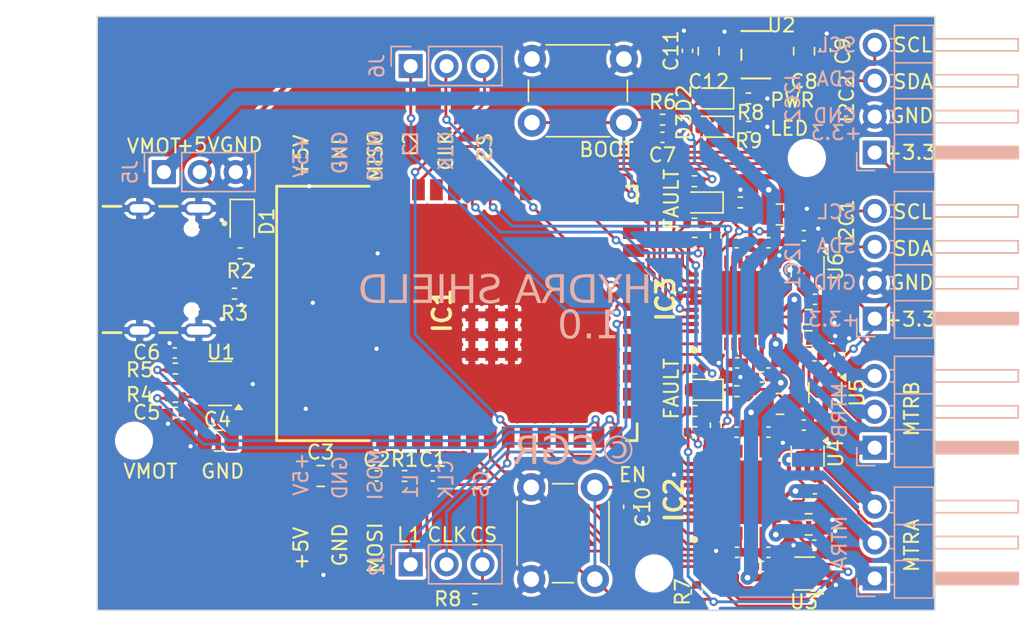
<source format=kicad_pcb>
(kicad_pcb (version 20241229) (generator "pcbnew") (generator_version "9.0")
  (layers (0 "F.Cu" signal) (2 "B.Cu" signal) (13 "F.Paste" user) (15 "B.Paste" user) (5 "F.SilkS" user "F.Silkscreen") (7 "B.SilkS" user "B.Silkscreen") (1 "F.Mask" user) (3 "B.Mask" user) (25 "Edge.Cuts" user))
  (net 0 "")
  (net 1 "GND")
  (net 2 "+3.3V")
  (net 3 "VMOT")
  (net 4 "Net-(IC2-VCP)")
  (net 5 "/Driver_Unit/SGND1")
  (net 6 "/Driver_Unit/SGND2")
  (net 7 "Net-(IC2-CPH)")
  (net 8 "Net-(IC2-CPL)")
  (net 9 "/Driver_Unit1/SGND1")
  (net 10 "/Driver_Unit1/SGND2")
  (net 11 "/GPIO0")
  (net 12 "+5V")
  (net 13 "/CHIP_PU")
  (net 14 "/Driver_Unit/FAULT")
  (net 15 "Net-(D2-K)")
  (net 16 "/Driver_Unit1/FAULT")
  (net 17 "Net-(D4-K)")
  (net 18 "/OUT3A")
  (net 19 "/EN2A")
  (net 20 "/RESET")
  (net 21 "/IN2A")
  (net 22 "/OUT2A")
  (net 23 "/OUT1A")
  (net 24 "/SLEEP")
  (net 25 "/EN3A")
  (net 26 "/IN1B")
  (net 28 "/OUT1B")
  (net 29 "Net-(IC2-NCOMPO)")
  (net 32 "/EN2B")
  (net 35 "/OUT2B")
  (net 36 "/OUT3B")
  (net 38 "/MISO")
  (net 39 "/SENSE2A")
  (net 40 "/SDA2")
  (net 41 "/SCL1")
  (net 42 "/D+")
  (net 43 "/MOSI")
  (net 44 "/CS")
  (net 45 "/SENSE2B")
  (net 46 "/SENSE1A")
  (net 47 "/SCL2")
  (net 48 "/SDA1")
  (net 49 "/D-")
  (net 50 "/CLK")
  (net 51 "/SENSE1B")
  (net 52 "Net-(D1-A)")
  (net 53 "Net-(C5-Pad1)")
  (net 54 "Net-(C6-Pad1)")
  (net 55 "Net-(IC3-CPH)")
  (net 56 "Net-(IC3-CPL)")
  (net 57 "Net-(IC3-VCP)")
  (net 58 "Net-(D3-K)")
  (net 59 "Net-(D5-K)")
  (net 61 "/LED")
  (net 68 "Net-(IC3-NCOMPO)")
  (net 75 "Net-(J1-CC2)")
  (net 76 "Net-(J1-DN1)")
  (net 77 "Net-(J1-DP1)")
  (net 78 "Net-(J1-CC1)")
  (net 81 "/IN3B")
  (net 82 "/IN1A")
  (net 83 "/EN3B")
  (net 84 "/EN1B")
  (net 85 "/EN1A")
  (net 86 "/IN3A")
  (net 87 "/IN2B")
  (footprint "Capacitor_SMD:C_0402_1005Metric" (layer "F.Cu") (at 41.75 2.42 90)
    (property "Reference" "C11")
    (property "Value" "0.1u")
  )
  (footprint "Resistor_SMD:R_0402_1005Metric" (layer "F.Cu") (at 10.11 16.75)
    (property "Reference" "R2")
    (property "Value" "5.1kΩ")
  )
  (footprint "Touchstone:ESP32S3WROOM1N4" (layer "F.Cu") (at 25.69 21 90)
    (property "Reference" "IC1")
    (property "Value" "ESP32-S3-WROOM-1-N4" (hide yes))
  )
  (footprint "Resistor_SMD:R_0402_1005Metric" (layer "F.Cu") (at 42.26 24.9)
    (property "Reference" "R11" (hide yes))
    (property "Value" "10k")
  )
  (footprint "LED_SMD:LED_0603_1608Metric" (layer "F.Cu") (at 42.7875 26.4 180)
    (property "Reference" "D4" (hide yes))
    (property "Value" "LED")
  )
  (footprint "Capacitor_SMD:C_0402_1005Metric" (layer "F.Cu") (at 47.48 24.5 180)
    (property "Reference" "C26" (hide yes))
    (property "Value" "0.1u")
  )
  (footprint "Resistor_SMD:R_0402_1005Metric" (layer "F.Cu") (at 45.49 13.15)
    (property "Reference" "R23" (hide yes))
    (property "Value" "500")
  )
  (footprint "Capacitor_SMD:C_0402_1005Metric" (layer "F.Cu") (at 5.555 28 180)
    (property "Reference" "C5")
    (property "Value" "20p")
  )
  (footprint "Touchstone:SOT-23-5_MC_MCH" (layer "F.Cu") (at 46.5954 2.7 180)
    (property "Reference" "U2")
    (property "Value" "MIC5504-3.3YM5-TR")
  )
  (footprint "Capacitor_SMD:C_0402_1005Metric" (layer "F.Cu") (at 37.6 34.68 -90)
    (property "Reference" "C10")
    (property "Value" "0.1u")
  )
  (footprint "Resistor_SMD:R_0402_1005Metric" (layer "F.Cu") (at 42.26 27.9)
    (property "Reference" "R12" (hide yes))
    (property "Value" "10k")
  )
  (footprint "Capacitor_SMD:C_0402_1005Metric" (layer "F.Cu") (at 19.77 32.5)
    (property "Reference" "C2")
    (property "Value" "0.1u")
  )
  (footprint "Diode_SMD:D_SOD-323" (layer "F.Cu") (at 10.25 14.55 -90)
    (property "Reference" "D1")
    (property "Value" "BAT60A")
  )
  (footprint "Capacitor_SMD:C_0402_1005Metric" (layer "F.Cu") (at 50.73 37.4 180)
    (property "Reference" "C17" (hide yes))
    (property "Value" "0.1u")
  )
  (footprint "Capacitor_SMD:C_0402_1005Metric" (layer "F.Cu") (at 51.5 2.38 90)
    (property "Reference" "C9")
    (property "Value" "0.1u")
  )
  (footprint "Resistor_SMD:R_0402_1005Metric" (layer "F.Cu") (at 5.525 24.9)
    (property "Reference" "R5")
    (property "Value" "22Ω")
  )
  (footprint "Resistor_SMD:R_0402_1005Metric" (layer "F.Cu") (at 26.71 41.2 180)
    (property "Reference" "R8")
    (property "Value" "10k")
  )
  (footprint "Resistor_SMD:R_0402_1005Metric" (layer "F.Cu") (at 45.24 26.5)
    (property "Reference" "R16" (hide yes))
    (property "Value" "500" (hide yes))
  )
  (footprint "Touchstone:GCT_USB4105-GF-A" (layer "F.Cu") (at 3 17.89 -90)
    (property "Reference" "J1" (hide yes))
    (property "Value" "USB4105-GF-A")
  )
  (footprint "Capacitor_SMD:C_0402_1005Metric" (layer "F.Cu") (at 47.48 16 180)
    (property "Reference" "C29" (hide yes))
    (property "Value" "0.1u")
  )
  (footprint "Capacitor_SMD:C_0402_1005Metric" (layer "F.Cu") (at 49.98 28.9 180)
    (property "Reference" "C21" (hide yes))
    (property "Value" "0.1u")
  )
  (footprint "Capacitor_SMD:C_0402_1005Metric" (layer "F.Cu") (at 45.26 37.9 180)
    (property "Reference" "C13" (hide yes))
    (property "Value" "0.01u")
  )
  (footprint "Capacitor_SMD:C_0402_1005Metric" (layer "F.Cu") (at 50.77 20 180)
    (property "Reference" "C30" (hide yes))
    (property "Value" "0.1u")
  )
  (footprint "Capacitor_SMD:C_0402_1005Metric" (layer "F.Cu") (at 47.02 25.5 180)
    (property "Reference" "C24" (hide yes))
    (property "Value" "0.1u")
  )
  (footprint "Package_TO_SOT_SMD:SOT-363_SC-70-6" (layer "F.Cu") (at 50.05 39.4 180)
    (property "Reference" "U3")
    (property "Value" "INA199xxDCK")
  )
  (footprint "Capacitor_SMD:C_0805_2012Metric" (layer "F.Cu") (at 43.25 2.45 90)
    (property "Reference" "C12")
    (property "Value" "10u")
  )
  (footprint "Button_Switch_THT:SW_PUSH_6mm" (layer "F.Cu") (at 30.7 39.8 90)
    (property "Reference" "SW2" (hide yes))
    (property "Value" "SW_SPST")
  )
  (footprint "Touchstone:QFN50P600X600X100-37N-D" (layer "F.Cu") (at 45 33.65 90)
    (property "Reference" "IC2")
    (property "Value" "DRV8313RHHR" (hide yes))
  )
  (footprint "LED_SMD:LED_0603_1608Metric" (layer "F.Cu") (at 42.7875 13.15 180)
    (property "Reference" "D5" (hide yes))
    (property "Value" "LED" (hide yes))
  )
  (footprint "MountingHole:MountingHole_2.2mm_M2" (layer "F.Cu") (at 39.4 39.4)
    (property "Reference" "REF**" (hide yes))
    (property "Value" "MountingHole_2.2mm_M2")
  )
  (footprint "Resistor_SMD:R_0402_1005Metric" (layer "F.Cu") (at 5.525 26.9)
    (property "Reference" "R4")
    (property "Value" "22Ω")
  )
  (footprint "Package_TO_SOT_SMD:SOT-363_SC-70-6" (layer "F.Cu") (at 50.25 17.7 -90)
    (property "Reference" "U6")
    (property "Value" "INA199xxDCK")
  )
  (footprint "Capacitor_SMD:C_0402_1005Metric" (layer "F.Cu") (at 45.23 29.4 180)
    (property "Reference" "C22" (hide yes))
    (property "Value" "0.47u")
  )
  (footprint "Capacitor_SMD:C_0805_2012Metric" (layer "F.Cu") (at 48.3 27.4 180)
    (property "Reference" "C15" (hide yes))
    (property "Value" "10u")
  )
  (footprint "Resistor_SMD:R_0402_1005Metric" (layer "F.Cu") (at 42.4 40.71 90)
    (property "Reference" "R7")
    (property "Value" "10k")
  )
  (footprint "Button_Switch_THT:SW_PUSH_6mm" (layer "F.Cu") (at 30.75 3)
    (property "Reference" "SW1" (hide yes))
    (property "Value" "SW_SPST")
  )
  (footprint "Capacitor_SMD:C_0402_1005Metric" (layer "F.Cu") (at 47.48 29.4 180)
    (property "Reference" "C19" (hide yes))
    (property "Value" "0.1u")
  )
  (footprint "LED_SMD:LED_0603_1608Metric" (layer "F.Cu") (at 43.5375 7.79195 180)
    (property "Reference" "D3")
    (property "Value" "LED")
  )
  (footprint "Touchstone:QFN50P600X600X100-37N-D" (layer "F.Cu") (at 45 20.25 90)
    (property "Reference" "IC3")
    (property "Value" "DRV8313RHHR" (hide yes))
  )
  (footprint "Capacitor_SMD:C_0402_1005Metric" (layer "F.Cu") (at 52.5 23.92 -90)
    (property "Reference" "C28" (hide yes))
    (property "Value" "0.1u")
  )
  (footprint "Resistor_SMD:R_0402_1005Metric" (layer "F.Cu") (at 46.065 5.79195)
    (property "Reference" "R8")
    (property "Value" "500")
  )
  (footprint "Capacitor_SMD:C_0402_1005Metric" (layer "F.Cu") (at 47.02 38.9 180)
    (property "Reference" "C14" (hide yes))
    (property "Value" "0.1u")
  )
  (footprint "Capacitor_SMD:C_0402_1005Metric" (layer "F.Cu") (at 45.27 24.5 180)
    (property "Reference" "C23" (hide yes))
    (property "Value" "0.01u")
  )
  (footprint "Resistor_SMD:R_0402_1005Metric" (layer "F.Cu") (at 39.99 7.29195 180)
    (property "Reference" "R6")
    (property "Value" "10k")
  )
  (footprint "Capacitor_SMD:C_0402_1005Metric" (layer "F.Cu") (at 47.48 37.9 180)
    (property "Reference" "C16" (hide yes))
    (property "Value" "0.1u")
  )
  (footprint "Capacitor_SMD:C_0402_1005Metric" (layer "F.Cu") (at 52.25 38.98 90)
    (property "Reference" "C18" (hide yes))
    (property "Value" "0.1u")
  )
  (footprint "MountingHole:MountingHole_2.2mm_M2" (layer "F.Cu") (at 50.2 10)
    (property "Reference" "REF**" (hide yes))
    (property "Value" "MountingHole_2.2mm_M2")
  )
  (footprint "Resistor_SMD:R_0402_1005Metric" (layer "F.Cu") (at 9.71 19.6)
    (property "Reference" "R3")
    (property "Value" "5.1kΩ")
  )
  (footprint "Resistor_SMD:R_0402_1005Metric" (layer "F.Cu") (at 46.085 7.79195)
    (property "Reference" "R9")
    (property "Value" "500")
  )
  (footprint "Resistor_SMD:R_0402_1005Metric" (layer "F.Cu") (at 42.26 16 180)
    (property "Reference" "R20" (hide yes))
    (property "Value" "10k")
  )
  (footprint "Resistor_SMD:R_0402_1005Metric" (layer "F.Cu") (at 43.75 15.51 90)
    (property "Reference" "R22" (hide yes))
    (property "Value" "10k")
  )
  (footprint "Capacitor_SMD:C_0805_2012Metric" (layer "F.Cu") (at 50 2.45 90)
    (property "Reference" "C8")
    (property "Value" "10u")
  )
  (footprint "Resistor_SMD:R_0402_1005Metric" (layer "F.Cu") (at 21.74 32.5)
    (property "Reference" "R1")
    (property "Value" "10k")
  )
  (footprint "MountingHole:MountingHole_2.2mm_M2" (layer "F.Cu") (at 2.6 30)
    (property "Reference" "REF**" (hide yes))
    (property "Value" "MountingHole_2.2mm_M2")
  )
  (footprint "Package_TO_SOT_SMD:SOT-363_SC-70-6" (layer "F.Cu") (at 51.5 26.6 -90)
    (property "Reference" "U5")
    (property "Value" "INA199xxDCK")
  )
  (footprint "Resistor_SMD:R_0402_1005Metric" (layer "F.Cu") (at 42.26 29.4 180)
    (property "Reference" "R13" (hide yes))
    (property "Value" "10k")
  )
  (footprint "Capacitor_SMD:C_0402_1005Metric" (layer "F.Cu") (at 50.73 24 180)
    (property "Reference" "C27" (hide yes))
    (property "Value" "0.1u")
  )
  (footprint "Capacitor_SMD:C_0805_2012Metric" (layer "F.Cu") (at 15.8 32.5)
    (property "Reference" "C3")
    (property "Value" "10u")
  )
  (footprint "Capacitor_SMD:C_0402_1005Metric" (layer "F.Cu") (at 39.98 8.54195)
    (property "Reference" "C7")
    (property "Value" "0.1u")
  )
  (footprint "Capacitor_SMD:C_0402_1005Metric" (layer "F.Cu") (at 23.73 32.5)
    (property "Reference" "C1")
    (property "Value" "0.1u")
  )
  (footprint "Resistor_SMD:R_0603_1608Metric" (layer "F.Cu") (at 50.325 36.15)
    (property "Reference" "R10" (hide yes))
    (property "Value" "25m")
  )
  (footprint "Resistor_SMD:R_0402_1005Metric" (layer "F.Cu") (at 42.24 14.65)
    (property "Reference" "R19" (hide yes))
    (property "Value" "10k")
  )
  (footprint "Capacitor_SMD:C_0402_1005Metric" (layer "F.Cu") (at 49.98 15.5 180)
    (property "Reference" "C31" (hide yes))
    (property "Value" "0.1u")
  )
  (footprint "LED_SMD:LED_0603_1608Metric" (layer "F.Cu") (at 43.5375 5.79195 180)
    (property "Reference" "D2")
    (property "Value" "LED")
  )
  (footprint "Capacitor_SMD:C_0805_2012Metric" (layer "F.Cu") (at 48.3 14 180)
    (property "Reference" "C25" (hide yes))
    (property "Value" "10u")
  )
  (footprint "Package_TO_SOT_SMD:SOT-23-6" (layer "F.Cu") (at 8.6975 25.95 180)
    (property "Reference" "U1")
    (property "Value" "USBLC6-2SC6")
  )
  (footprint "Resistor_SMD:R_0603_1608Metric" (layer "F.Cu") (at 50.325 21.25)
    (property "Reference" "R21" (hide yes))
    (property "Value" "25m")
  )
  (footprint "Resistor_SMD:R_0603_1608Metric" (layer "F.Cu") (at 50.325 22.75)
    (property "Reference" "R17" (hide yes))
    (property "Value" "25m")
  )
  (footprint "Package_TO_SOT_SMD:SOT-363_SC-70-6" (layer "F.Cu") (at 50.25 31.1 -90)
    (property "Reference" "U4")
    (property "Value" "INA199xxDCK")
  )
  (footprint "Capacitor_SMD:C_0402_1005Metric" (layer "F.Cu") (at 50.77 33.4 180)
    (property "Reference" "C20" (hide yes))
    (property "Value" "0.1u")
  )
  (footprint "Resistor_SMD:R_0402_1005Metric" (layer "F.Cu") (at 42.24 11.65)
    (property "Reference" "R18" (hide yes))
    (property "Value" "10k")
  )
  (footprint "Capacitor_SMD:C_0402_1005Metric" (layer "F.Cu") (at 5.48 23.8 180)
    (property "Reference" "C6")
    (property "Value" "20p")
  )
  (footprint "Capacitor_SMD:C_0805_2012Metric" (layer "F.Cu") (at 8.55 30)
    (property "Reference" "C4")
    (property "Value" "10u")
  )
  (footprint "Resistor_SMD:R_0603_1608Metric" (layer "F.Cu") (at 50.325 34.65)
    (property "Reference" "R14" (hide yes))
    (property "Value" "25m")
  )
  (footprint "Resistor_SMD:R_0402_1005Metric" (layer "F.Cu") (at 43.75 28.91 90)
    (property "Reference" "R15" (hide yes))
    (property "Value" "10k")
  )
  (footprint "Capacitor_SMD:C_0402_1005Metric" (layer "F.Cu") (at 45.23 16 180)
    (property "Reference" "C32" (hide yes))
    (property "Value" "0.47u")
  )
  (footprint "Connector_PinHeader_2.54mm:PinHeader_1x03_P2.54mm_Vertical" (layer "B.Cu") (at 22.17 3.5 -90)
    (property "Reference" "J6")
    (property "Value" "Conn_01x03")
  )
  (footprint "Connector_PinHeader_2.54mm:PinHeader_1x04_P2.54mm_Horizontal" (layer "B.Cu") (at 55 21.37)
    (property "Reference" "J7" (hide yes))
    (property "Value" "Conn_01x04")
  )
  (footprint "Connector_PinHeader_2.54mm:PinHeader_1x03_P2.54mm_Horizontal" (layer "B.Cu") (at 55 39.75)
    (property "Reference" "J4" (hide yes))
    (property "Value" "Conn_01x03")
  )
  (footprint "Connector_PinHeader_2.54mm:PinHeader_1x03_P2.54mm_Vertical" (layer "B.Cu") (at 22.17 38.75 -90)
    (property "Reference" "J2")
    (property "Value" "Conn_01x03")
  )
  (footprint "Connector_PinHeader_2.54mm:PinHeader_1x03_P2.54mm_Horizontal" (layer "B.Cu") (at 55 30.5)
    (property "Reference" "J8" (hide yes))
    (property "Value" "Conn_01x03")
  )
  (footprint "Connector_PinHeader_2.54mm:PinHeader_1x03_P2.54mm_Vertical" (layer "B.Cu") (at 4.71 11 -90)
    (property "Reference" "J5")
    (property "Value" "Conn_01x03")
  )
  (footprint "Connector_PinHeader_2.54mm:PinHeader_1x04_P2.54mm_Horizontal" (layer "B.Cu") (at 55 9.62)
    (property "Reference" "J3" (hide yes))
    (property "Value" "Conn_01x04")
  )
  (gr_rect (start 0 0) (end 59.25 42) (stroke (width 0.1)) (fill no) (layer "Edge.Cuts"))
  (gr_text "I2C1" (at 53.6 16.4 90) (layer "F.SilkS") (effects (font (size 1 1)) (justify left bottom)))
  (gr_text "CLK" (at 23.25 37.25 0) (layer "F.SilkS") (effects (font (size 1 1)) (justify left bottom)))
  (gr_text "VMOT" (at 1.75 32.75 0) (layer "F.SilkS") (effects (font (size 1 1)) (justify left bottom)))
  (gr_text "+3.3" (at 55.6 10.2 0) (layer "F.SilkS") (effects (font (size 1 1)) (justify left bottom)))
  (gr_text "PWR" (at 47.5 6.5 0) (layer "F.SilkS") (effects (font (size 1 1)) (justify left bottom)))
  (gr_text "MOSI" (at 20.25 39.5 90) (layer "F.SilkS") (effects (font (size 1 1)) (justify left bottom)))
  (gr_text "+5V" (at 15 39.25 90) (layer "F.SilkS") (effects (font (size 1 1)) (justify left bottom)))
  (gr_text "+5V" (at 5.5 9.67 0) (layer "F.SilkS") (effects (font (size 1 1)) (justify left bottom)))
  (gr_text "L1" (at 21.1 37.25 0) (layer "F.SilkS") (effects (font (size 1 1)) (justify left bottom)))
  (gr_text "SDA" (at 56.2 5.2 0) (layer "F.SilkS") (effects (font (size 1 1)) (justify left bottom)))
  (gr_text "FAULT" (at 41.2 28.6 90) (layer "F.SilkS") (effects (font (size 1 1)) (justify left bottom)))
  (gr_text "CLK" (at 25.25 11 90) (layer "F.SilkS") (effects (font (size 1 1)) (justify left bottom)))
  (gr_text "GND" (at 17.75 11.25 90) (layer "F.SilkS") (effects (font (size 1 1)) (justify left bottom)))
  (gr_text "SCL" (at 56.2 2.6 0) (layer "F.SilkS") (effects (font (size 1 1)) (justify left bottom)))
  (gr_text "+3.3" (at 55.6 22 0) (layer "F.SilkS") (effects (font (size 1 1)) (justify left bottom)))
  (gr_text "GND" (at 56 19.4 0) (layer "F.SilkS") (effects (font (size 1 1)) (justify left bottom)))
  (gr_text "SDA" (at 56.2 17 0) (layer "F.SilkS") (effects (font (size 1 1)) (justify left bottom)))
  (gr_text "BOOT" (at 34 10 0) (layer "F.SilkS") (effects (font (size 1 1)) (justify left bottom)))
  (gr_text "I2C2" (at 53.6 7.6 90) (layer "F.SilkS") (effects (font (size 1 1)) (justify left bottom)))
  (gr_text "GND" (at 56 7.6 0) (layer "F.SilkS") (effects (font (size 1 1)) (justify left bottom)))
  (gr_text "MTRB" (at 58.2 29.8 90) (layer "F.SilkS") (effects (font (size 1 1)) (justify left bottom)))
  (gr_text "GND" (at 17.75 39 90) (layer "F.SilkS") (effects (font (size 1 1)) (justify left bottom)))
  (gr_text "GND" (at 8.55 9.67 0) (layer "F.SilkS") (effects (font (size 1 1)) (justify left bottom)))
  (gr_text "MISO" (at 20.25 11.75 90) (layer "F.SilkS") (effects (font (size 1 1)) (justify left bottom)))
  (gr_text "EN" (at 36.8 33 0) (layer "F.SilkS") (effects (font (size 1 1)) (justify left bottom)))
  (gr_text "CS" (at 26.25 37.25 0) (layer "F.SilkS") (effects (font (size 1 1)) (justify left bottom)))
  (gr_text "FAULT" (at 41.2 15.2 90) (layer "F.SilkS") (effects (font (size 1 1)) (justify left bottom)))
  (gr_text "LED" (at 47.5 8.5 0) (layer "F.SilkS") (effects (font (size 1 1)) (justify left bottom)))
  (gr_text "CS" (at 28 10.25 90) (layer "F.SilkS") (effects (font (size 1 1)) (justify left bottom)))
  (gr_text "+5V" (at 15 11.5 90) (layer "F.SilkS") (effects (font (size 1 1)) (justify left bottom)))
  (gr_text "VMOT" (at 2 9.75 0) (layer "F.SilkS") (effects (font (size 1 1)) (justify left bottom)))
  (gr_text "GND" (at 7.25 32.75 0) (layer "F.SilkS") (effects (font (size 1 1)) (justify left bottom)))
  (gr_text "L2" (at 22.75 10 90) (layer "F.SilkS") (effects (font (size 1 1)) (justify left bottom)))
  (gr_text "MTRA" (at 58.2 39.4 90) (layer "F.SilkS") (effects (font (size 1 1)) (justify left bottom)))
  (gr_text "SCL" (at 56.2 14.4 0) (layer "F.SilkS") (effects (font (size 1 1)) (justify left bottom)))
  (gr_text "GND" (at 17.75 8 90) (layer "B.SilkS") (effects (font (size 1 1)) (justify left bottom mirror)))
  (gr_text "SDA" (at 53.8 16.8 0) (layer "B.SilkS") (effects (font (size 1 1)) (justify left bottom mirror)))
  (gr_text "L1" (at 22.75 32.25 90) (layer "B.SilkS") (effects (font (size 1 1)) (justify left bottom mirror)))
  (gr_text "MISO" (at 20.25 8 90) (layer "B.SilkS") (effects (font (size 1 1)) (justify left bottom mirror)))
  (gr_text "MTRA" (at 53.1 35.2 90) (layer "B.SilkS") (effects (font (size 1 1)) (justify left bottom mirror)))
  (gr_text "©CGR" (at 38.25 32 0) (layer "B.SilkS") (effects (font (size 2 2)) (justify left bottom mirror)))
  (gr_text "MOSI" (at 20.25 30.5 90) (layer "B.SilkS") (effects (font (size 1 1)) (justify left bottom mirror)))
  (gr_text "CLK" (at 25.25 31.25 90) (layer "B.SilkS") (effects (font (size 1 1)) (justify left bottom mirror)))
  (gr_text "I2C2" (at 49.8 4 90) (layer "B.SilkS") (effects (font (size 1 1)) (justify left bottom mirror)))
  (gr_text "SDA" (at 53.8 5 0) (layer "B.SilkS") (effects (font (size 1 1)) (justify left bottom mirror)))
  (gr_text "GND" (at 17.75 31 90) (layer "B.SilkS") (effects (font (size 1 1)) (justify left bottom mirror)))
  (gr_text "+3.3" (at 54.2 8.8 0) (layer "B.SilkS") (effects (font (size 1 1)) (justify left bottom mirror)))
  (gr_text "CS" (at 28 8.25 90) (layer "B.SilkS") (effects (font (size 1 1)) (justify left bottom mirror)))
  (gr_text "GND" (at 53.8 7.6 0) (layer "B.SilkS") (effects (font (size 1 1)) (justify left bottom mirror)))
  (gr_text "HYDRA SHIELD" (at 39.25 20.60187 0) (layer "B.SilkS") (effects (font (size 2 2)) (justify left bottom mirror)))
  (gr_text "1.0" (at 37 23.10187 0) (layer "B.SilkS") (effects (font (size 2 2)) (justify left bottom mirror)))
  (gr_text "SCL" (at 53.8 2.6 0) (layer "B.SilkS") (effects (font (size 1 1)) (justify left bottom mirror)))
  (gr_text "CLK" (at 25.25 8 90) (layer "B.SilkS") (effects (font (size 1 1)) (justify left bottom mirror)))
  (gr_text "MTRB" (at 53.1 25.8 90) (layer "B.SilkS") (effects (font (size 1 1)) (justify left bottom mirror)))
  (gr_text "I2C1" (at 49.8 15.8 90) (layer "B.SilkS") (effects (font (size 1 1)) (justify left bottom mirror)))
  (gr_text "+5V" (at 15 30.75 90) (layer "B.SilkS") (effects (font (size 1 1)) (justify left bottom mirror)))
  (gr_text "GND" (at 53.8 19.4 0) (layer "B.SilkS") (effects (font (size 1 1)) (justify left bottom mirror)))
  (gr_text "L2" (at 22.75 8 90) (layer "B.SilkS") (effects (font (size 1 1)) (justify left bottom mirror)))
  (gr_text "SCL" (at 53.8 14.4 0) (layer "B.SilkS") (effects (font (size 1 1)) (justify left bottom mirror)))
  (gr_text "+3.3" (at 54 22 0) (layer "B.SilkS") (effects (font (size 1 1)) (justify left bottom mirror)))
  (gr_text "CS" (at 27.75 32 90) (layer "B.SilkS") (effects (font (size 1 1)) (justify left bottom mirror)))
  (gr_text "+5V" (at 15 8.25 90) (layer "B.SilkS") (effects (font (size 1 1)) (justify left bottom mirror)))
  (segment (start 51.25 20) (end 50.25 19) (width 0.2) (layer "F.Cu") (net 1))
  (segment (start 52.05 22.75) (end 52.2 22.6) (width 0.5) (layer "F.Cu") (net 1))
  (segment (start 50.4 1.9) (end 50 1.5) (width 0.2) (layer "F.Cu") (net 1))
  (segment (start 51.15 20.1) (end 51.25 20) (width 0.2) (layer "F.Cu") (net 1))
  (segment (start 44.5 17.35) (end 44.5 19.75) (width 0.2) (layer "F.Cu") (net 1))
  (segment (start 45 30.75) (end 45 33.65) (width 0.3) (layer "F.Cu") (net 1))
  (segment (start 47.9 19.25) (end 46 19.25) (width 0.2) (layer "F.Cu") (net 1))
  (segment (start 50.25 16.75) (end 50.9 16.75) (width 0.2) (layer "F.Cu") (net 1))
  (segment (start 10.62 16.75) (end 10.62 17.244033) (width 0.2) (layer "F.Cu") (net 1))
  (segment (start 7.755 14.69) (end 8.51 14.69) (width 0.2) (layer "F.Cu") (net 1))
  (segment (start 46 32.65) (end 45 33.65) (width 0.3) (layer "F.Cu") (net 1))
  (segment (start 51.5 1.9) (end 50.4 1.9) (width 0.2) (layer "F.Cu") (net 1))
  (segment (start 42.1 32.65) (end 44 32.65) (width 0.3) (layer "F.Cu") (net 1))
  (segment (start 45 17.35) (end 45 20.25) (width 0.2) (layer "F.Cu") (net 1))
  (segment (start 51.15 33.5) (end 51.25 33.4) (width 0.2) (layer "F.Cu") (net 1))
  (segment (start 46.49587 16.50413) (end 46.21413 16.50413) (width 0.3) (layer "F.Cu") (net 1))
  (segment (start 42.1 19.25) (end 41.283998 19.25) (width 0.3) (layer "F.Cu") (net 1))
  (segment (start 51.15 21.25) (end 51.72947 21.25) (width 0.5) (layer "F.Cu") (net 1))
  (segment (start 51.15 36.15) (end 51.15 37.34) (width 0.2) (layer "F.Cu") (net 1))
  (segment (start 46.21413 16.50413) (end 45.71 16) (width 0.3) (layer "F.Cu") (net 1))
  (segment (start 47.96 16) (end 47.96 16.61) (width 0.2) (layer "F.Cu") (net 1))
  (segment (start 45 30.122904) (end 45.71 29.412904) (width 0.25) (layer "F.Cu") (net 1))
  (segment (start 37.6 35.16) (end 37.96 35.16) (width 0.2) (layer "F.Cu") (net 1))
  (segment (start 8.49 21.09) (end 8.8 21.4) (width 0.2) (layer "F.Cu") (net 1))
  (segment (start 50.610418 32.726) (end 50.25 32.365582) (width 0.3) (layer "F.Cu") (net 1))
  (segment (start 50.5 15.5) (end 51 15) (width 0.2) (layer "F.Cu") (net 1))
  (segment (start 47.39195 7.79195) (end 47.4 7.8) (width 0.2) (layer "F.Cu") (net 1))
  (segment (start 42.1 33.65) (end 45 33.65) (width 0.3) (layer "F.Cu") (net 1))
  (segment (start 49.8 14) (end 50.2 13.6) (width 0.2) (layer "F.Cu") (net 1))
  (segment (start 40.46 8.54195) (end 40.75 8.54195) (width 0.2) (layer "F.Cu") (net 1))
  (segment (start 47.9 18.75) (end 46.5 18.75) (width 0.2) (layer "F.Cu") (net 1))
  (segment (start 45 17.35) (end 45 16.722904) (width 0.25) (layer "F.Cu") (net 1))
  (segment (start 51.5 25.65) (end 52.15 25.65) (width 0.3) (layer "F.Cu") (net 1))
  (segment (start 50 1.5) (end 48.8 2.7) (width 0.2) (layer "F.Cu") (net 1))
  (segment (start 50.25 30.15) (end 50.9 30.15) (width 0.2) (layer "F.Cu") (net 1))
  (segment (start 48.75 37.9) (end 49.25 37.4) (width 0.2) (layer "F.Cu") (net 1))
  (segment (start 9.835 25.95) (end 10.95 25.95) (width 0.2) (layer "F.Cu") (net 1))
  (segment (start 46.5 30.75) (end 46.5 30.19) (width 0.25) (layer "F.Cu") (net 1))
  (segment (start 51.4 36.4) (end 52.2 36.4) (width 0.5) (layer "F.Cu") (net 1))
  (segment (start 46.5 17.35) (end 46.5 18.75) (width 0.2) (layer "F.Cu") (net 1))
  (segment (start 47.96 29.4) (end 47.96 29.61) (width 0.2) (layer "F.Cu") (net 1))
  (segment (start 53.23 25.65) (end 52.15 25.65) (width 0.3) (layer "F.Cu") (net 1))
  (segment (start 44 36.55) (end 44 34.65) (width 0.3) (layer "F.Cu") (net 1))
  (segment (start 46.5 17.35) (end 46.5 16.50826) (width 0.3) (layer "F.Cu") (net 1))
  (segment (start 42.1 19.75) (end 44.5 19.75) (width 0.2) (layer "F.Cu") (net 1))
  (segment (start 52.25 39.46) (end 52.25 40.21) (width 0.2) (layer "F.Cu") (net 1))
  (segment (start 48.8 2.7) (end 47.8908 2.7) (width 0.2) (layer "F.Cu") (net 1))
  (segment (start 51.15 21.25) (end 51.15 20.1) (width 0.2) (layer "F.Cu") (net 1))
  (segment (start 54 26.42) (end 53.23 25.65) (width 0.3) (layer "F.Cu") (net 1))
  (segment (start 51.5 1.9) (end 51.5 1.3) (width 0.2) (layer "F.Cu") (net 1))
  (segment (start 10.22 19.6) (end 10.22 20.38) (width 0.2) (layer "F.Cu") (net 1))
  (segment (start 45.71 16.012904) (end 45.71 16) (width 0.25) (layer "F.Cu") (net 1))
  (segment (start 51.05 16.75) (end 51.6 16.2) (width 0.2) (layer "F.Cu") (net 1))
  (segment (start 51.25 33.03781) (end 50.93819 32.726) (width 0.3) (layer "F.Cu") (net 1))
  (segment (start 44.5 30.75) (end 44.5 33.15) (width 0.3) (layer "F.Cu") (net 1))
  (segment (start 51.21 24) (end 51.21 22.81) (width 0.2) (layer "F.Cu") (net 1))
  (segment (start 47.9 32.65) (end 46 32.65) (width 0.3) (layer "F.Cu") (net 1))
  (segment (start 44 21.25) (end 45 20.25) (width 0.2) (layer "F.Cu") (net 1))
  (segment (start 46.575 5.79195) (end 47.39195 5.79195) (width 0.2) (layer "F.Cu") (net 1))
  (segment (start 44.5 19.75) (end 45 20.25) (width 0.2) (layer "F.Cu") (net 1))
  (segment (start 45.75 26.5) (end 45.75 25.75) (width 0.2) (layer "F.Cu") (net 1))
  (segment (start 51.987893 35.187893) (end 51.45 34.65) (width 0.5) (layer "F.Cu") (net 1))
  (segment (start 41.5 1.69) (end 41.5 1) (width 0.2) (layer "F.Cu") (net 1))
  (segment (start 47.39195 5.79195) (end 47.4 5.8) (width 0.2) (layer "F.Cu") (net 1))
  (segment (start 45 16.722904) (end 45.71 16.012904) (width 0.25) (layer "F.Cu") (net 1))
  (segment (start 51.735786 30.15) (end 51.792893 30.207107) (width 0.2) (layer "F.Cu") (net 1))
  (segment (start 50.25 32.365582) (end 50.25 32.05) (width 0.3) (layer "F.Cu") (net 1))
  (segment (start 45 30.75) (end 45 30.122904) (width 0.25) (layer "F.Cu") (net 1))
  (segment (start 50.349 26.04387) (end 50.349 24.861) (width 0.2) (layer "F.Cu") (net 1))
  (segment (start 47.96 37.9) (end 48.75 37.9) (width 0.2) (layer "F.Cu") (net 1))
  (segment (start 46 19.25) (end 45 20.25) (width 0.2) (layer "F.Cu") (net 1))
  (segment (start 52.509546 23.44) (end 53.184864 22.764682) (width 0.2) (layer "F.Cu") (net 1))
  (segment (start 51.987893 35.612107) (end 51.987893 35.187893) (width 0.5) (layer "F.Cu") (net 1))
  (segment (start 50.349 24.861) (end 51.21 24) (width 0.2) (layer "F.Cu") (net 1))
  (segment (start 44.5 33.15) (end 45 33.65) (width 0.3) (layer "F.Cu") (net 1))
  (segment (start 50.46 28.9) (end 50.46 29.94) (width 0.2) (layer "F.Cu") (net 1))
  (segment (start 44 34.65) (end 45 33.65) (width 0.3) (layer "F.Cu") (net 1))
  (segment (start 50.46 29.94) (end 50.25 30.15) (width 0.2) (layer "F.Cu") (net 1))
  (segment (start 49.25 14) (end 49.8 14) (width 0.2) (layer "F.Cu") (net 1))
  (segment (start 44 36.55) (end 44 37.583966) (width 0.3) (layer "F.Cu") (net 1))
  (segment (start 50.9 16.75) (end 51.05 16.75) (width 0.2) (layer "F.Cu") (net 1))
  (segment (start 50.46 15.5) (end 50.5 15.5) (width 0.2) (layer "F.Cu") (net 1))
  (segment (start 47.96 29.61) (end 48.5 30.15) (width 0.2) (layer "F.Cu") (net 1))
  (segment (start 46.5 30.75) (end 46.5 32.15) (width 0.3) (layer "F.Cu") (net 1))
  (segment (start 45.6 12.25) (end 46 12.65) (width 0.2) (layer "F.Cu") (net 1))
  (segment (start 50.9 30.15) (end 51.735786 30.15) (width 0.2) (layer "F.Cu") (net 1))
  (segment (start 45.5 12.25) (end 45.6 12.25) (width 0.2) (layer "F.Cu") (net 1))
  (segment (start 41.283998 19.25) (end 41.242521 19.291477) (width 0.3) (layer "F.Cu") (net 1))
  (segment (start 7.6 30) (end 7 30) (width 0.2) (layer "F.Cu") (net 1))
  (segment (start 24.21 31.54) (end 24.25 31.5) (width 0.2) (layer "F.Cu") (net 1))
  (segment (start 44 19.25) (end 45 20.25) (width 0.2) (layer "F.Cu") (net 1))
  (segment (start 51.15 34.65) (end 51.15 33.5) (width 0.2) (layer "F.Cu") (net 1))
  (segment (start 7.755 21.09) (end 8.49 21.09) (width 0.2) (layer "F.Cu") (net 1))
  (segment (start 45.71 29.412904) (end 45.71 29.4) (width 0.25) (layer "F.Cu") (net 1))
  (segment (start 50.25 19) (end 50.25 18.65) (width 0.2) (layer "F.Cu") (net 1))
  (segment (start 45.75 25.75) (end 45.5 25.5) (width 0.2) (layer "F.Cu") (net 1))
  (segment (start 41.049473 32.65) (end 40.802 32.402527) (width 0.3) (layer "F.Cu") (net 1))
  (segment (start 46.5 32.15) (end 45 33.65) (width 0.3) (layer "F.Cu") (net 1))
  (segment (start 5 23.8) (end 5 23.214013) (width 0.2) (layer "F.Cu") (net 1))
  (segment (start 46.5 16.50826) (end 46.49587 16.50413) (width 0.3) (layer "F.Cu") (net 1))
  (segment (start 51.15 37.34) (end 51.21 37.4) (width 0.2) (layer "F.Cu") (net 1))
  (segment (start 42.1 33.15) (end 44.5 33.15) (width 0.3) (layer "F.Cu") (net 1))
  (segment (start 41.75 1.94) (end 41.5 1.69) (width 0.2) (layer "F.Cu") (net 1))
  (segment (start 49.25 27.4) (end 50.46 28.61) (width 0.2) (layer "F.Cu") (net 1))
  (segment (start 5.075 28.725) (end 5 28.8) (width 0.2) (layer "F.Cu") (net 1))
  (segment (start 24.21 32.5) (end 24.21 31.54) (width 0.2) (layer "F.Cu") (net 1))
  (segment (start 43.25 1.5) (end 42.19 1.5) (width 0.2) (layer "F.Cu") (net 1))
  (segment (start 51.5 1.3) (end 51.6 1.2) (width 0.2) (layer "F.Cu") (net 1))
  (segment (start 47.96 16.61) (end 48.25 16.9) (width 0.2) (layer "F.Cu") (net 1))
  (segment (start 47.9 32.15) (end 46.5 32.15) (width 0.3) (layer "F.Cu") (net 1))
  (segment (start 44 32.65) (end 45 33.65) (width 0.3) (layer "F.Cu") (net 1))
  (segment (start 51.25 33.4) (end 51.25 33.03781) (width 0.3) (layer "F.Cu") (net 1))
  (segment (start 10.95 25.95) (end 11 26) (width 0.2) (layer "F.Cu") (net 1))
  (segment (start 10.22 20.38) (end 10.2 20.4) (width 0.2) (layer "F.Cu") (net 1))
  (segment (start 51.21 37.53487) (end 51.21 37.4) (width 0.2) (layer "F.Cu") (net 1))
  (segment (start 46.5 18.75) (end 45 20.25) (width 0.2) (layer "F.Cu") (net 1))
  (segment (start 42.19 1.5) (end 41.75 1.94) (width 0.2) (layer "F.Cu") (net 1))
  (segment (start 51.15 22.75) (end 52.05 22.75) (width 0.5) (layer "F.Cu") (net 1))
  (segment (start 46 12.65) (end 46 13.15) (width 0.2) (layer "F.Cu") (net 1))
  (segment (start 43.968191 24.5) (end 44 24.468191) (width 0.3) (layer "F.Cu") (net 1))
  (segment (start 44.37 1.07) (end 43.94 1.5) (width 0.2) (layer "F.Cu") (net 1))
  (segment (start 44 24.468191) (end 44 23.15) (width 0.3) (layer "F.Cu") (net 1))
  (segment (start 51.15 36.15) (end 51.4 36.4) (width 0.5) (layer "F.Cu") (net 1))
  (segment (start 10.62 17.244033) (end 11.002 17.626033) (width 0.2) (layer "F.Cu") (net 1))
  (segment (start 42.1 20.25) (end 45 20.25) (width 0.2) (layer "F.Cu") (net 1))
  (segment (start 46.595 7.79195) (end 47.39195 7.79195) (width 0.2) (layer "F.Cu") (net 1))
  (segment (start 7 30) (end 6.6 30.4) (width 0.2) (layer "F.Cu") (net 1))
  (segment (start 42.1 19.25) (end 44 19.25) (width 0.2) (layer "F.Cu") (net 1))
  (segment (start 50.93819 32.726) (end 50.610418 32.726) (width 0.3) (layer "F.Cu") (net 1))
  (segment (start 46.5 30.19) (end 45.71 29.4) (width 0.25) (layer "F.Cu") (net 1))
  (segment (start 52.5 23.44) (end 52.509546 23.44) (width 0.2) (layer "F.Cu") (net 1))
  (segment (start 50.46 28.61) (end 50.46 28.9) (width 0.2) (layer "F.Cu") (net 1))
  (segment (start 40.75 8.54195) (end 41.200735 8.091215) (width 0.2) (layer "F.Cu") (net 1))
  (segment (start 42.1 32.65) (end 41.049473 32.65) (width 0.3) (layer "F.Cu") (net 1))
  (segment (start 51.45 34.65) (end 51.15 34.65) (width 0.5) (layer "F.Cu") (net 1))
  (segment (start 51.72947 21.25) (end 52.150015 21.670545) (width 0.5) (layer "F.Cu") (net 1))
  (segment (start 49.34487 39.4) (end 51.21 37.53487) (width 0.2) (layer "F.Cu") (net 1))
  (segment (start 51.5 27.19487) (end 50.349 26.04387) (width 0.2) (layer "F.Cu") (net 1))
  (segment (start 5 23.214013) (end 5.114013 23.1) (width 0.2) (layer "F.Cu") (net 1))
  (segment (start 43.94 1.5) (end 43.25 1.5) (width 0.2) (layer "F.Cu") (net 1))
  (segment (start 44 37.583966) (end 43.783564 37.800402) (width 0.3) (layer "F.Cu") (net 1))
  (segment (start 49.1 39.4) (end 49.34487 39.4) (width 0.2) (layer "F.Cu") (net 1))
  (segment (start 5.075 28) (end 5.075 28.725) (width 0.2) (layer "F.Cu") (net 1))
  (segment (start 37.96 35.16) (end 38.6 35.8) (width 0.2) (layer "F.Cu") (net 1))
  (segment (start 8.51 14.69) (end 8.8 14.4) (width 0.2) (layer "F.Cu") (net 1))
  (segment (start 51.5 27.55) (end 51.5 27.19487) (width 0.2) (layer "F.Cu") (net 1))
  (segment (start 51.21 22.81) (end 51.15 22.75) (width 0.2) (layer "F.Cu") (net 1))
  (segment (start 44 23.15) (end 44 21.25) (width 0.2) (layer "F.Cu") (net 1))
  (via (at 51.987893 35.612107) (size 0.6) (drill 0.3) (layers "F.Cu" "B.Cu") (net 1))
  (via (at 47.4 7.8) (size 0.6) (drill 0.3) (layers "F.Cu" "B.Cu") (net 1))
  (via (at 41.200735 8.091215) (size 0.6) (drill 0.3) (layers "F.Cu" "B.Cu") (net 1))
  (via (at 41.5 1) (size 0.6) (drill 0.3) (layers "F.Cu" "B.Cu") (net 1))
  (via (at 11.002 17.626033) (size 0.6) (drill 0.3) (layers "F.Cu" "B.Cu") (net 1))
  (via (at 45.5 12.25) (size 0.6) (drill 0.3) (layers "F.Cu" "B.Cu") (net 1))
  (via (at 49.25 37.4) (size 0.6) (drill 0.3) (layers "F.Cu" "B.Cu") (net 1))
  (via (at 51.6 16.2) (size 0.6) (drill 0.3) (layers "F.Cu" "B.Cu") (net 1))
  (via (at 5.114013 23.1) (size 0.6) (drill 0.3) (layers "F.Cu" "B.Cu") (net 1))
  (via (at 38.6 35.8) (size 0.6) (drill 0.3) (layers "F.Cu" "B.Cu") (net 1))
  (via (at 52.150015 21.670545) (size 0.6) (drill 0.3) (layers "F.Cu" "B.Cu") (net 1))
  (via (at 50.2 13.6) (size 0.6) (drill 0.3) (layers "F.Cu" "B.Cu") (net 1))
  (via (at 51 15) (size 0.6) (drill 0.3) (layers "F.Cu" "B.Cu") (net 1))
  (via (at 52.2 36.4) (size 0.6) (drill 0.3) (layers "F.Cu" "B.Cu") (net 1))
  (via (at 44.37 1.07) (size 0.6) (drill 0.3) (layers "F.Cu" "B.Cu") (net 1))
  (via (at 11 26) (size 0.6) (drill 0.3) (layers "F.Cu" "B.Cu") (net 1))
  (via (at 43.968191 24.5) (size 0.6) (drill 0.3) (layers "F.Cu" "B.Cu") (net 1))
  (via (at 8.8 21.4) (size 0.6) (drill 0.3) (layers "F.Cu" "B.Cu") (net 1))
  (via (at 15 12) (size 0.6) (drill 0.3) (layers "F.Cu" "B.Cu") (net 1))
  (via (at 52.25 40.21) (size 0.6) (drill 0.3) (layers "F.Cu" "B.Cu") (net 1))
  (via (at 6.6 30.4) (size 0.6) (drill 0.3) (layers "F.Cu" "B.Cu") (net 1))
  (via (at 40.802 32.402527) (size 0.6) (drill 0.3) (layers "F.Cu" "B.Cu") (net 1))
  (via (at 16 39.5) (size 0.6) (drill 0.3) (layers "F.Cu" "B.Cu") (net 1))
  (via (at 43.783564 37.800402) (size 0.6) (drill 0.3) (layers "F.Cu" "B.Cu") (net 1))
  (via (at 19.754866 23.5) (size 0.6) (drill 0.3) (layers "F.Cu" "B.Cu") (net 1))
  (via (at 48.25 16.9) (size 0.6) (drill 0.3) (layers "F.Cu" "B.Cu") (net 1))
  (via (at 5 28.8) (size 0.6) (drill 0.3) (layers "F.Cu" "B.Cu") (net 1))
  (via (at 52.2 22.6) (size 0.6) (drill 0.3) (layers "F.Cu" "B.Cu") (net 1))
  (via (at 14.75 27.75) (size 0.6) (drill 0.3) (layers "F.Cu" "B.Cu") (net 1))
  (via (at 47.4 5.8) (size 0.6) (drill 0.3) (layers "F.Cu" "B.Cu") (net 1))
  (via (at 41.242521 19.291477) (size 0.6) (drill 0.3) (layers "F.Cu" "B.Cu") (net 1))
  (via (at 15.25 20.25) (size 0.6) (drill 0.3) (layers "F.Cu" "B.Cu") (net 1))
  (via (at 8.8 14.4) (size 0.6) (drill 0.3) (layers "F.Cu" "B.Cu") (net 1))
  (via (at 10.2 20.4) (size 0.6) (drill 0.3) (layers "F.Cu" "B.Cu") (net 1))
  (via (at 54 26.42) (size 0.6) (drill 0.3) (layers "F.Cu" "B.Cu") (net 1))
  (via (at 51.792893 30.207107) (size 0.6) (drill 0.3) (layers "F.Cu" "B.Cu") (net 1))
  (via (at 19.836148 16.75) (size 0.6) (drill 0.3) (layers "F.Cu" "B.Cu") (net 1))
  (via (at 53.184864 22.764682) (size 0.6) (drill 0.3) (layers "F.Cu" "B.Cu") (net 1))
  (via (at 24.25 31.5) (size 0.6) (drill 0.3) (layers "F.Cu" "B.Cu") (net 1))
  (via (at 48.5 30.15) (size 0.6) (drill 0.3) (layers "F.Cu" "B.Cu") (net 1))
  (via (at 51.6 1.2) (size 0.6) (drill 0.3) (layers "F.Cu" "B.Cu") (net 1))
  (via (at 45.5 25.5) (size 0.6) (drill 0.3) (layers "F.Cu" "B.Cu") (net 1))
  (segment (start 41.8 30.8) (end 41.8 29.45) (width 0.2) (layer "F.Cu") (net 2))
  (segment (start 44.75 16) (end 44.75 15.845417) (width 0.2) (layer "F.Cu") (net 2))
  (segment (start 45.169191 28.839729) (end 45.169191 28.341843) (width 0.2) (layer "F.Cu") (net 2))
  (segment (start 42.77 24.9) (end 43.15 24.9) (width 0.25) (layer "F.Cu") (net 2))
  (segment (start 53.5 23.5) (end 53.4 23.5) (width 0.2) (layer "F.Cu") (net 2))
  (segment (start 53.4 23.5) (end 52.5 24.4) (width 0.2) (layer "F.Cu") (net 2))
  (segment (start 42.0115 7.31435) (end 42.2839 7.04195) (width 0.2) (layer "F.Cu") (net 2))
  (segment (start 42.2839 7.04195) (end 42.25 7.00805) (width 0.2) (layer "F.Cu") (net 2))
  (segment (start 43.75 28.4) (end 43.5 28.4) (width 0.2) (layer "F.Cu") (net 2))
  (segment (start 53.032107 39.282107) (end 52.25 38.5) (width 0.2) (layer "F.Cu") (net 2))
  (segment (start 21.45 29.75) (end 21.45 31.3) (width 0.2) (layer "F.Cu") (net 2))
  (segment (start 26.2 41.2) (end 25.53224 41.2) (width 0.2) (layer "F.Cu") (net 2))
  (segment (start 42.45066 28.779) (end 42.199 29.03066) (width 0.2) (layer "F.Cu") (net 2))
  (segment (start 49.6 16.75) (end 49.6 15.6) (width 0.2) (layer "F.Cu") (net 2))
  (segment (start 42.199 15.63066) (end 42.45066 15.379) (width 0.2) (layer "F.Cu") (net 2))
  (segment (start 49.225 15.225) (end 49.5 15.5) (width 0.2) (layer "F.Cu") (net 2))
  (segment (start 42.199 29.4) (end 41.75 29.4) (width 0.2) (layer "F.Cu") (net 2))
  (segment (start 42.4 41.22) (end 41.799 41.821) (width 0.2) (layer "F.Cu") (net 2))
  (segment (start 41.827 17.076998) (end 41.827 16.077) (width 0.25) (layer "F.Cu") (net 2))
  (segment (start 44 30.15) (end 44.75 29.4) (width 0.2) (layer "F.Cu") (net 2))
  (segment (start 41.251413 7.29195) (end 40.5 7.29195) (width 0.2) (layer "F.Cu") (net 2))
  (segment (start 42.199 16) (end 42.199 15.63066) (width 0.2) (layer "F.Cu") (net 2))
  (segment (start 42.77 24.9) (end 42.77 27.9) (width 0.2) (layer "F.Cu") (net 2))
  (segment (start 42.4 41.22) (end 43.42 41.22) (width 0.2) (layer "F.Cu") (net 2))
  (segment (start 17.361 33.111) (end 16.75 32.5) (width 0.2) (layer "F.Cu") (net 2))
  (segment (start 43.08934 28.779) (end 42.45066 28.779) (width 0.2) (layer "F.Cu") (net 2))
  (segment (start 21.45 31.3) (end 20.25 32.5) (width 0.2) (layer "F.Cu") (net 2))
  (segment (start 43.27 28.4) (end 42.77 27.9) (width 0.2) (layer "F.Cu") (net 2))
  (segment (start 57 19.37) (end 55 21.37) (width 0.2) (layer "F.Cu") (net 2))
  (segment (start 42.0115 8.052037) (end 41.251413 7.29195) (width 0.2) (layer "F.Cu") (net 2))
  (segment (start 43.4 14.65) (end 43.75 15) (width 0.2) (layer "F.Cu") (net 2))
  (segment (start 46.852456 15.19) (end 46.887456 15.225) (width 0.2) (layer "F.Cu") (net 2))
  (segment (start 46.06934 27.121) (end 46.321 26.86934) (width 0.2) (layer "F.Cu") (net 2))
  (segment (start 43.75 28.4) (end 43.27 28.4) (width 0.2) (layer "F.Cu") (net 2))
  (segment (start 44 17.35) (end 44 16.75) (width 0.2) (layer "F.Cu") (net 2))
  (segment (start 42.45066 15.379) (end 43.371 15.379) (width 0.2) (layer "F.Cu") (net 2))
  (segment (start 45.169191 28.341843) (end 44.788674 27.961326) (width 0.2) (layer "F.Cu") (net 2))
  (segment (start 44 16.75) (end 44.75 16) (width 0.2) (layer "F.Cu") (net 2))
  (segment (start 44 30.75) (end 44 30.15) (width 0.2) (layer "F.Cu") (net 2))
  (segment (start 44.325265 14.424735) (end 43.75 15) (width 0.2) (layer "F.Cu") (net 2))
  (segment (start 42.75 3.9) (end 43.25 3.4) (width 0.2) (layer "F.Cu") (net 2))
  (segment (start 41.8 29.45) (end 41.75 29.4) (width 0.2) (layer "F.Cu") (net 2))
  (segment (start 49.6 15.6) (end 49.5 15.5) (width 0.2) (layer "F.Cu") (net 2))
  (segment (start 44.75 29.191786) (end 44.817134 29.191786) (width 0.2) (layer "F.Cu") (net 2))
  (segment (start 55 9.62) (end 57 11.62) (width 0.2) (layer "F.Cu") (net 2))
  (segment (start 45.629 27.121) (end 46.06934 27.121) (width 0.2) (layer "F.Cu") (net 2))
  (segment (start 46.887456 15.225) (end 49.225 15.225) (width 0.2) (layer "F.Cu") (net 2))
  (segment (start 57 11.62) (end 57 19.37) (width 0.2) (layer "F.Cu") (net 2))
  (segment (start 46.321 26.68984) (end 46.549 26.68984) (width 0.2) (layer "F.Cu") (net 2))
  (segment (start 21.24776 32.5) (end 21.23 32.5) (width 0.2) (layer "F.Cu") (net 2))
  (segment (start 45.169191 28.341843) (end 44.817134 27.989786) (width 0.2) (layer "F.Cu") (net 2))
  (segment (start 26.821 41.821) (end 26.2 41.2) (width 0.2) (layer "F.Cu") (net 2))
  (segment (start 43.5 11.5) (end 42.9 11.5) (width 0.2) (layer "F.Cu") (net 2))
  (segment (start 48.449 28.11016) (end 49.23884 28.9) (width 0.2) (layer "F.Cu") (net 2))
  (segment (start 45.049999 3.4) (end 45.3 3.650001) (width 0.2) (layer "F.Cu") (net 2))
  (segment (start 44.75 29.4) (end 45.169191 28.980809) (width 0.2) (layer "F.Cu") (net 2))
  (segment (start 51 38.75) (end 52 38.75) (width 0.2) (layer "F.Cu") (net 2))
  (segment (start 44.75 15.845417) (end 45.407697 15.18772) (width 0.2) (layer "F.Cu") (net 2))
  (segment (start 41.827 16.077) (end 41.75 16) (width 0.25) (layer "F.Cu") (net 2))
  (segment (start 44.873208 14.424735) (end 44.325265 14.424735) (width 0.2) (layer "F.Cu") (net 2))
  (segment (start 42.35 17.599998) (end 41.827 17.076998) (width 0.25) (layer "F.Cu") (net 2))
  (segment (start 46.549 26.68984) (end 46.86484 26.374) (width 0.2) (layer "F.Cu") (net 2))
  (segment (start 49.6 29) (end 49.5 28.9) (width 0.2) (layer "F.Cu") (net 2))
  (segment (start 42.75 14.65) (end 43.4 14.65) (width 0.2) (layer "F.Cu") (net 2))
  (segment (start 49.6 16.75) (end 49.6 16.99487) (width 0.2) (layer "F.Cu") (net 2))
  (segment (start 45.407697 14.959224) (end 44.873208 14.424735) (width 0.2) (layer "F.Cu") (net 2))
  (segment (start 41.74 29.14) (end 41.74 29.4) (width 0.2) (layer "F.Cu") (net 2))
  (segment (start 41.75 16) (end 42.199 16) (width 0.2) (layer "F.Cu") (net 2))
  (segment (start 42.9 11.5) (end 42.75 11.65) (width 0.2) (layer "F.Cu") (net 2))
  (segment (start 23.321 38.98876) (end 23.321 34.57324) (width 0.2) (layer "F.Cu") (net 2))
  (segment (start 43.10517 28.79483) (end 43.08934 28.779) (width 0.2) (layer "F.Cu") (net 2))
  (segment (start 47.83516 26.374) (end 48.449 26.98784) (width 0.2) (layer "F.Cu") (net 2))
  (segment (start 43.42 41.22) (end 43.6 41.4) (width 0.2) (layer "F.Cu") (net 2))
  (segment (start 42.25 3.4) (end 41.75 2.9) (width 0.2) (layer "F.Cu") (net 2))
  (segment (start 20.25 32.5) (end 19.639 33.111) (width 0.2) (layer "F.Cu") (net 2))
  (segment (start 51.006 17.376) (end 55 21.37) (width 0.2) (layer "F.Cu") (net 2))
  (segment (start 46.86484 26.374) (end 47.83516 26.374) (width 0.2) (layer "F.Cu") (net 2))
  (segment (start 45.407697 15.18772) (end 45.407697 14.959224) (width 0.2) (layer "F.Cu") (net 2))
  (segment (start 44.75 29.4) (end 44.75 29.191786) (width 0.2) (layer "F.Cu") (net 2))
  (segment (start 43.15 24.9) (end 43.5 25.25) (width 0.25) (layer "F.Cu") (net 2))
  (segment (start 49.6 30.15) (end 49.6 29) (width 0.2) (layer "F.Cu") (net 2))
  (segment (start 42.199 29.03066) (end 42.199 29.4) (width 0.2) (layer "F.Cu") (net 2))
  (segment (start 42.0115 8.05345) (end 42.0115 7.31435) (width 0.2) (layer "F.Cu") (net 2))
  (segment (start 20.25 32.5) (end 21.23 32.5) (width 0.2) (layer "F.Cu") (net 2))
  (segment (start 40.5 7.29195) (end 41.25 7.29195) (width 0.2) (layer "F.Cu") (net 2))
  (segment (start 49.23884 28.9) (end 49.5 28.9) (width 0.2) (layer "F.Cu") (net 2))
  (segment (start 49.6 16.99487) (end 49.98113 17.376) (width 0.2) (layer "F.Cu") (net 2))
  (segment (start 41.25 7.29195) (end 42.0115 8.05345) (width 0.2) (layer "F.Cu") (net 2))
  (segment (start 44.817134 27.989786) (end 44.160214 27.989786) (width 0.2) (layer "F.Cu") (net 2))
  (segment (start 42.0115 8.494882) (end 42.0115 8.052037) (width 0.2) (layer "F.Cu") (net 2))
  (segment (start 50.85 25.325001) (end 51.775001 24.4) (width 0.2) (layer "F.Cu") (net 2))
  (segment (start 42.75 5.79195) (end 42.75 3.9) (width 0.2) (layer "F.Cu") (net 2))
  (segment (start 23.321 34.57324) (end 21.24776 32.5) (width 0.2) (layer "F.Cu") (net 2))
  (segment (start 44.817134 29.191786) (end 45.169191 28.839729) (width 0.2) (layer "F.Cu") (net 2))
  (segment (start 48.449 26.98784) (end 48.449 28.11016) (width 0.2) (layer "F.Cu") (net 2))
  (segment (start 52 38.75) (end 52.25 38.5) (width 0.2) (layer "F.Cu") (net 2))
  (segment (start 42.25 7.00805) (end 42.25 6.29195) (width 0.2) (layer "F.Cu") (net 2))
  (segment (start 44.160214 27.989786) (end 43.75 28.4) (width 0.2) (layer "F.Cu") (net 2))
  (segment (start 19.639 33.111) (end 17.361 33.111) (width 0.2) (layer "F.Cu") (net 2))
  (segment (start 42.25 6.29195) (end 42.75 5.79195) (width 0.2) (layer "F.Cu") (net 2))
  (segment (start 42.75 14.65) (end 42.75 11.65) (width 0.2) (layer "F.Cu") (net 2))
  (segment (start 41.985345 8.521037) (end 42.0115 8.494882) (width 0.2) (layer "F.Cu") (net 2))
  (segment (start 25.53224 41.2) (end 23.321 38.98876) (width 0.2) (layer "F.Cu") (net 2))
  (segment (start 46.321 26.86934) (end 46.321 26.68984) (width 0.2) (layer "F.Cu") (net 2))
  (segment (start 43.5 28.4) (end 43.10517 28.79483) (width 0.2) (layer "F.Cu") (net 2))
  (segment (start 43.25 3.4) (end 42.25 3.4) (width 0.2) (layer "F.Cu") (net 2))
  (segment (start 49.98113 17.376) (end 51.006 17.376) (width 0.2) (layer "F.Cu") (net 2))
  (segment (start 43.25 3.4) (end 45.049999 3.4) (width 0.2) (layer "F.Cu") (net 2))
  (segment (start 50.85 25.65) (end 50.85 25.325001) (width 0.2) (layer "F.Cu") (net 2))
  (segment (start 51.775001 24.4) (end 52.5 24.4) (width 0.2) (layer "F.Cu") (net 2))
  (segment (start 45.169191 28.980809) (end 45.169191 28.341843) (width 0.2) (layer "F.Cu") (net 2))
  (segment (start 44.788674 27.961326) (end 45.629 27.121) (width 0.2) (layer "F.Cu") (net 2))
  (segment (start 41.799 41.821) (end 26.821 41.821) (width 0.2) (layer "F.Cu") (net 2))
  (segment (start 43.371 15.379) (end 43.75 15) (width 0.2) (layer "F.Cu") (net 2))
  (segment (start 52.19 38.75) (end 52.25 38.69) (width 0.2) (layer "F.Cu") (net 2))
  (segment (start 53.117893 39.282107) (end 53.032107 39.282107) (width 0.2) (layer "F.Cu") (net 2))
  (via (at 43.6 41.4) (size 0.6) (drill 0.3) (layers "F.Cu" "B.Cu") (net 2))
  (via (at 41.985345 8.521037) (size 0.6) (drill 0.3) (layers "F.Cu" "B.Cu") (net 2))
  (via (at 46.852456 15.19) (size 0.6) (drill 0.3) (layers "F.Cu" "B.Cu") (net 2))
  (via (at 43.5 25.25) (size 0.6) (drill 0.3) (layers "F.Cu" "B.Cu") (net 2))
  (via (at 41.8 30.8) (size 0.6) (drill 0.3) (layers "F.Cu" "B.Cu") (net 2))
  (via (at 53.117893 39.282107) (size 0.6) (drill 0.3) (layers "F.Cu" "B.Cu") (net 2))
  (via (at 45.407697 15.18772) (size 0.6) (drill 0.3) (layers "F.Cu" "B.Cu") (net 2))
  (via (at 43.5 11.5) (size 0.6) (drill 0.3) (layers "F.Cu" "B.Cu") (net 2))
  (via (at 53.5 23.5) (size 0.6) (drill 0.3) (layers "F.Cu" "B.Cu") (net 2))
  (via (at 42.35 17.599998) (size 0.6) (drill 0.3) (layers "F.Cu" "B.Cu") (net 2))
  (segment (start 42.25 10.25) (end 43.5 11.5) (width 0.2) (layer "B.Cu") (net 2))
  (segment (start 46.817456 15.225) (end 45.444977 15.225) (width 0.2) (layer "B.Cu") (net 2))
  (segment (start 43.6 41.4) (end 41.8 39.6) (width 0.2) (layer "B.Cu") (net 2))
  (segment (start 41.985345 8.521037) (end 42.25 8.785692) (width 0.2) (layer "B.Cu") (net 2))
  (segment (start 43.6 41.4) (end 50.210057 41.4) (width 0.2) (layer "B.Cu") (net 2))
  (segment (start 50.210057 41.4) (end 52.32795 39.282107) (width 0.2) (layer "B.Cu") (net 2))
  (segment (start 41.8 39.6) (end 41.8 30.8) (width 0.2) (layer "B.Cu") (net 2))
  (segment (start 43.5 25.25) (end 42.35 24.1) (width 0.25) (layer "B.Cu") (net 2))
  (segment (start 45.444977 15.225) (end 45.407697 15.18772) (width 0.2) (layer "B.Cu") (net 2))
  (segment (start 55 21.37) (end 55 22) (width 0.2) (layer "B.Cu") (net 2))
  (segment (start 42.35 24.1) (end 42.35 17.599998) (width 0.25) (layer "B.Cu") (net 2))
  (segment (start 46.852456 15.19) (end 46.817456 15.225) (width 0.2) (layer "B.Cu") (net 2))
  (segment (start 55 22) (end 53.5 23.5) (width 0.2) (layer "B.Cu") (net 2))
  (segment (start 42.25 8.785692) (end 42.25 10.25) (width 0.2) (layer "B.Cu") (net 2))
  (segment (start 52.32795 39.282107) (end 53.117893 39.282107) (width 0.2) (layer "B.Cu") (net 2))
  (segment (start 47 24.689682) (end 47 24.5) (width 0.5) (layer "F.Cu") (net 3))
  (segment (start 47 29.4) (end 47 30.75) (width 0.3) (layer "F.Cu") (net 3))
  (segment (start 47.5 12.25) (end 47.5 13.85) (width 1) (layer "F.Cu") (net 3))
  (segment (start 47.5 38.9) (end 47.5 38.590001) (width 0.5) (layer "F.Cu") (net 3))
  (segment (start 47 36.55) (end 47 37.9) (width 0.3) (layer "F.Cu") (net 3))
  (segment (start 47.5 13.85) (end 47.35 14) (width 1) (layer "F.Cu") (net 3))
  (segment (start 47 16) (end 46.741802 16) (width 0.3) (layer "F.Cu") (net 3))
  (segment (start 47 17.35) (end 47 16) (width 0.3) (layer "F.Cu") (net 3))
  (segment (start 47.010999 39.699) (end 47.5 39.209999) (width 0.5) (layer "F.Cu") (net 3))
  (segment (start 46.741802 16) (end 46.201456 15.459654) (width 0.3) (layer "F.Cu") (net 3))
  (segment (start 47.5 25.5) (end 47.5 25.189682) (width 0.5) (layer "F.Cu") (net 3))
  (segment (start 47.95111 25.5) (end 48.355727 25.904617) (width 0.5) (layer "F.Cu") (net 3))
  (segment (start 47.5 25.189682) (end 47 24.689682) (width 0.5) (layer "F.Cu") (net 3))
  (segment (start 47 23.15) (end 47 24.5) (width 0.3) (layer "F.Cu") (net 3))
  (segment (start 47.5 38.590001) (end 47 38.090001) (width 0.5) (layer "F.Cu") (net 3))
  (segment (start 47.5 39.209999) (end 47.5 38.9) (width 0.5) (layer "F.Cu") (net 3))
  (segment (start 46.201456 15.459654) (end 46.201456 14.648544) (width 0.3) (layer "F.Cu") (net 3))
  (segment (start 46.75 28) (end 47.35 27.4) (width 1) (layer "F.Cu") (net 3))
  (segment (start 46.25 28) (end 46.75 28) (width 1) (layer "F.Cu") (net 3))
  (segment (start 46.201456 14.648544) (end 46.85 14) (width 0.3) (layer "F.Cu") (net 3))
  (segment (start 47 27.75) (end 47 29.4) (width 0.5) (layer "F.Cu") (net 3))
  (segment (start 47 38.090001) (end 47 37.9) (width 0.5) (layer "F.Cu") (net 3))
  (segment (start 46 39.699) (end 47.010999 39.699) (width 0.5) (layer "F.Cu") (net 3))
  (segment (start 47.35 27.4) (end 47 27.75) (width 0.5) (layer "F.Cu") (net 3))
  (segment (start 47.5 25.5) (end 47.95111 25.5) (width 0.5) (layer "F.Cu") (net 3))
  (segment (start 46.85 14) (end 47.35 14) (width 0.3) (layer "F.Cu") (net 3))
  (via (at 48.355727 25.904617) (size 0.8) (drill 0.4) (layers "F.Cu" "B.Cu") (net 3))
  (via (at 47.5 12.25) (size 0.8) (drill 0.4) (layers "F.Cu" "B.Cu") (net 3))
  (via (at 46.25 28) (size 0.8) (drill 0.4) (layers "F.Cu" "B.Cu") (net 3))
  (via (at 46 39.699) (size 0.8) (drill 0.4) (layers "F.Cu" "B.Cu") (net 3))
  (segment (start 47.853456 15.880916) (end 46 17.734372) (width 1) (layer "B.Cu") (net 3))
  (segment (start 46.25 39.449) (end 46 39.699) (width 1) (layer "B.Cu") (net 3))
  (segment (start 47.5 12.25) (end 47.853456 12.603456) (width 1) (layer "B.Cu") (net 3))
  (segment (start 9.911 5.799) (end 41.049 5.799) (width 1) (layer "B.Cu") (net 3))
  (segment (start 48.355727 25.904617) (end 48.345383 25.904617) (width 1) (layer "B.Cu") (net 3))
  (segment (start 46 17.734372) (end 46 23.54889) (width 1) (layer "B.Cu") (net 3))
  (segment (start 46.25 28) (end 46.25 39.449) (width 1) (layer "B.Cu") (net 3))
  (segment (start 4.71 11) (end 9.911 5.799) (width 1) (layer "B.Cu") (net 3))
  (segment (start 41.049 5.799) (end 47.5 12.25) (width 1) (layer "B.Cu") (net 3))
  (segment (start 46 23.54889) (end 48.355727 25.904617) (width 1) (layer "B.Cu") (net 3))
  (segment (start 48.345383 25.904617) (end 46.25 28) (width 1) (layer "B.Cu") (net 3))
  (segment (start 47.853456 12.603456) (end 47.853456 15.880916) (width 1) (layer "B.Cu") (net 3))
  (segment (start 46 37.15) (end 46 36.55) (width 0.2) (layer "F.Cu") (net 4))
  (segment (start 46.419 38.779) (end 46.419 37.569) (width 0.2) (layer "F.Cu") (net 4))
  (segment (start 46.419 37.569) (end 46 37.15) (width 0.2) (layer "F.Cu") (net 4))
  (segment (start 46.54 38.9) (end 46.419 38.779) (width 0.2) (layer "F.Cu") (net 4))
  (segment (start 49.1 38.75) (end 49.1 38.55) (width 0.2) (layer "F.Cu") (net 5))
  (segment (start 47.9 35.15) (end 48.5 35.15) (width 0.3) (layer "F.Cu") (net 5))
  (segment (start 49.5 36.15) (end 49.5 36.65) (width 0.2) (layer "F.Cu") (net 5))
  (segment (start 49.5 36.65) (end 50.25 37.4) (width 0.2) (layer "F.Cu") (net 5))
  (segment (start 49.1 38.55) (end 50.25 37.4) (width 0.2) (layer "F.Cu") (net 5))
  (segment (start 48.5 35.15) (end 49.5 36.15) (width 0.3) (layer "F.Cu") (net 5))
  (segment (start 49.5 34.65) (end 50.29 33.86) (width 0.2) (layer "F.Cu") (net 6))
  (segment (start 50.29 33.4) (end 49.6 32.71) (width 0.2) (layer "F.Cu") (net 6))
  (segment (start 49.6 32.71) (end 49.6 32.05) (width 0.2) (layer "F.Cu") (net 6))
  (segment (start 50.29 33.86) (end 50.29 33.4) (width 0.2) (layer "F.Cu") (net 6))
  (segment (start 47.9 34.65) (end 49.425 34.65) (width 0.3) (layer "F.Cu") (net 6))
  (segment (start 45.74 37.9) (end 45.5 37.66) (width 0.2) (layer "F.Cu") (net 7))
  (segment (start 45.5 37.66) (end 45.5 36.55) (width 0.2) (layer "F.Cu") (net 7))
  (segment (start 45 37.68) (end 45 36.55) (width 0.2) (layer "F.Cu") (net 8))
  (segment (start 44.78 37.9) (end 45 37.68) (width 0.2) (layer "F.Cu") (net 8))
  (segment (start 50.85 27.48884) (end 50.85 27.55) (width 0.2) (layer "F.Cu") (net 9))
  (segment (start 50 24.559999) (end 50 24.6429) (width 0.2) (layer "F.Cu") (net 9))
  (segment (start 50 24.6429) (end 49.948 24.6949) (width 0.2) (layer "F.Cu") (net 9))
  (segment (start 50.25 24) (end 50.25 24.309999) (width 0.2) (layer "F.Cu") (net 9))
  (segment (start 49.5 22.75) (end 49.5 23.25) (width 0.2) (layer "F.Cu") (net 9))
  (segment (start 49.948 26.20997) (end 50 26.26197) (width 0.2) (layer "F.Cu") (net 9))
  (segment (start 50 26.26197) (end 50 26.63884) (width 0.2) (layer "F.Cu") (net 9))
  (segment (start 49.948 24.6949) (end 49.948 26.20997) (width 0.2) (layer "F.Cu") (net 9))
  (segment (start 50.25 24.309999) (end 50 24.559999) (width 0.2) (layer "F.Cu") (net 9))
  (segment (start 49.5 23.25) (end 50.25 24) (width 0.2) (layer "F.Cu") (net 9))
  (segment (start 47.9 21.75) (end 48.5 21.75) (width 0.2) (layer "F.Cu") (net 9))
  (segment (start 48.5 21.75) (end 49.5 22.75) (width 0.2) (layer "F.Cu") (net 9))
  (segment (start 50 26.63884) (end 50.85 27.48884) (width 0.2) (layer "F.Cu") (net 9))
  (segment (start 49.6 19.31) (end 49.6 18.65) (width 0.2) (layer "F.Cu") (net 10))
  (segment (start 49.5 21.25) (end 50.29 20.46) (width 0.2) (layer "F.Cu") (net 10))
  (segment (start 50.29 20) (end 49.6 19.31) (width 0.2) (layer "F.Cu") (net 10))
  (segment (start 47.9 21.25) (end 49.5 21.25) (width 0.2) (layer "F.Cu") (net 10))
  (segment (start 50.29 20.46) (end 50.29 20) (width 0.2) (layer "F.Cu") (net 10))
  (segment (start 36.69 12.25) (end 37.45 12.25) (width 0.2) (layer "F.Cu") (net 11))
  (segment (start 37.25 7.5) (end 37.5 7.5) (width 0.2) (layer "F.Cu") (net 11))
  (segment (start 39.5 8.54195) (end 39.5 7.31195) (width 0.2) (layer "F.Cu") (net 11))
  (segment (start 37.45 12.25) (end 37.8 12.6) (width 0.2) (layer "F.Cu") (net 11))
  (segment (start 39.5 7.31195) (end 39.48 7.29195) (width 0.2) (layer "F.Cu") (net 11))
  (segment (start 37.5 7.5) (end 37.70805 7.29195) (width 0.2) (layer "F.Cu") (net 11))
  (segment (start 37.70805 7.29195) (end 39.48 7.29195) (width 0.2) (layer "F.Cu") (net 11))
  (segment (start 30.75 7.5) (end 37.25 7.5) (width 0.2) (layer "F.Cu") (net 11))
  (via (at 37.8 12.6) (size 0.6) (drill 0.3) (layers "F.Cu" "B.Cu") (net 11))
  (segment (start 37.8 12.6) (end 37.8 11.3) (width 0.2) (layer "B.Cu") (net 11))
  (segment (start 37.25 10.75) (end 37.25 7.5) (width 0.2) (layer "B.Cu") (net 11))
  (segment (start 37.8 11.3) (end 37.25 10.75) (width 0.2) (layer "B.Cu") (net 11))
  (segment (start 50 3.4) (end 50.96 3.4) (width 0.3) (layer "F.Cu") (net 12))
  (segment (start 50.96 3.4) (end 51.5 2.86) (width 0.3) (layer "F.Cu") (net 12))
  (segment (start 47.224401 1.749999) (end 46.8794 2.095) (width 0.3) (layer "F.Cu") (net 12))
  (segment (start 9.75 13.5) (end 7.25 11) (width 0.3) (layer "F.Cu") (net 12))
  (segment (start 7.25 11) (end 17.95 0.3) (width 0.3) (layer "F.Cu") (net 12))
  (segment (start 47.8908 3.650001) (end 49.749999 3.650001) (width 0.3) (layer "F.Cu") (net 12))
  (segment (start 46.8794 3.599001) (end 46.9304 3.650001) (width 0.3) (layer "F.Cu") (net 12))
  (segment (start 46.9304 3.650001) (end 47.8908 3.650001) (width 0.3) (layer "F.Cu") (net 12))
  (segment (start 46.440801 0.3) (end 47.8908 1.749999) (width 0.3) (layer "F.Cu") (net 12))
  (segment (start 47.8908 1.749999) (end 47.224401 1.749999) (width 0.3) (layer "F.Cu") (net 12))
  (segment (start 46.8794 2.095) (end 46.8794 3.599001) (width 0.3) (layer "F.Cu") (net 12))
  (segment (start 17.95 0.3) (end 46.440801 0.3) (width 0.3) (layer "F.Cu") (net 12))
  (segment (start 49.749999 3.650001) (end 50 3.4) (width 0.3) (layer "F.Cu") (net 12))
  (segment (start 10.25 13.5) (end 9.75 13.5) (width 0.3) (layer "F.Cu") (net 12))
  (segment (start 28.104008 33.111) (end 23.861 33.111) (width 0.2) (layer "F.Cu") (net 13))
  (segment (start 22.72 29.75) (end 22.72 31.97) (width 0.2) (layer "F.Cu") (net 13))
  (segment (start 35.2 39.8) (end 36.251 40.851) (width 0.2) (layer "F.Cu") (net 13))
  (segment (start 22.72 29.75) (end 22.72 32.03) (width 0.2) (layer "F.Cu") (net 13))
  (segment (start 35.2 33.3) (end 36.7 33.3) (width 0.2) (layer "F.Cu") (net 13))
  (segment (start 22.72 31.97) (end 23.25 32.5) (width 0.2) (layer "F.Cu") (net 13))
  (segment (start 36.251 40.851) (end 41.749 40.851) (width 0.2) (layer "F.Cu") (net 13))
  (segment (start 41.749 40.851) (end 42.4 40.2) (width 0.2) (layer "F.Cu") (net 13))
  (segment (start 34.793008 39.8) (end 28.104008 33.111) (width 0.2) (layer "F.Cu") (net 13))
  (segment (start 22.72 32.03) (end 22.25 32.5) (width 0.2) (layer "F.Cu") (net 13))
  (segment (start 23.861 33.111) (end 23.25 32.5) (width 0.2) (layer "F.Cu") (net 13))
  (segment (start 36.7 33.3) (end 37.6 34.2) (width 0.2) (layer "F.Cu") (net 13))
  (segment (start 35.2 39.8) (end 34.793008 39.8) (width 0.2) (layer "F.Cu") (net 13))
  (segment (start 35.2 33.3) (end 35.2 39.8) (width 0.2) (layer "B.Cu") (net 13))
  (segment (start 41.004 28.646) (end 41.004 31.004) (width 0.2) (layer "F.Cu") (net 14))
  (segment (start 41.65 31.65) (end 42.1 31.65) (width 0.2) (layer "F.Cu") (net 14))
  (segment (start 41.75 26.65) (end 42 26.4) (width 0.2) (layer "F.Cu") (net 14))
  (segment (start 41.75 27.9) (end 41.004 28.646) (width 0.2) (layer "F.Cu") (net 14))
  (segment (start 41.004 31.004) (end 41.65 31.65) (width 0.2) (layer "F.Cu") (net 14))
  (segment (start 41.75 27.9) (end 41.75 26.65) (width 0.2) (layer "F.Cu") (net 14))
  (segment (start 44.325 5.79195) (end 45.555 5.79195) (width 0.2) (layer "F.Cu") (net 15))
  (segment (start 41.73 13.42) (end 42 13.15) (width 0.2) (layer "F.Cu") (net 16))
  (segment (start 41.406 17.3564) (end 41.401 17.3514) (width 0.2) (layer "F.Cu") (net 16))
  (segment (start 41.401 17.3514) (end 41.401 16.601) (width 0.2) (layer "F.Cu") (net 16))
  (segment (start 41.406 17.556) (end 41.406 17.3564) (width 0.2) (layer "F.Cu") (net 16))
  (segment (start 41.179 16.379) (end 41.179 15.201) (width 0.2) (layer "F.Cu") (net 16))
  (segment (start 41.73 14.65) (end 41.73 13.42) (width 0.2) (layer "F.Cu") (net 16))
  (segment (start 41.401 16.601) (end 41.179 16.379) (width 0.2) (layer "F.Cu") (net 16))
  (segment (start 42.1 18.25) (end 41.406 17.556) (width 0.2) (layer "F.Cu") (net 16))
  (segment (start 41.179 15.201) (end 41.73 14.65) (width 0.2) (layer "F.Cu") (net 16))
  (segment (start 43.575 26.4) (end 44.63 26.4) (width 0.2) (layer "F.Cu") (net 17))
  (segment (start 44.63 26.4) (end 44.73 26.5) (width 0.2) (layer "F.Cu") (net 17))
  (segment (start 48.5 33.15) (end 48.932087 32.717913) (width 0.3) (layer "F.Cu") (net 18))
  (segment (start 47.9 33.15) (end 48.5 33.15) (width 0.3) (layer "F.Cu") (net 18))
  (segment (start 48.932087 32.717913) (end 48.932087 31.354478) (width 0.3) (layer "F.Cu") (net 18))
  (via (at 48.932087 31.354478) (size 0.8) (drill 0.4) (layers "F.Cu" "B.Cu") (net 18))
  (segment (start 55 34.67) (end 51.684478 31.354478) (width 1) (layer "B.Cu") (net 18))
  (segment (start 51.684478 31.354478) (end 48.932087 31.354478) (width 1) (layer "B.Cu") (net 18))
  (segment (start 40.004 33.712808) (end 40.004 34.0698) (width 0.2) (layer "F.Cu") (net 19))
  (segment (start 38.89 25.445) (end 39.4 25.955) (width 0.2) (layer "F.Cu") (net 19))
  (segment (start 40.004 34.0698) (end 41.0842 35.15) (width 0.2) (layer "F.Cu") (net 19))
  (segment (start 41.0842 35.15) (end 42.1 35.15) (width 0.2) (layer "F.Cu") (net 19))
  (segment (start 39.4 25.955) (end 39.4 33.108808) (width 0.2) (layer "F.Cu") (net 19))
  (segment (start 39.4 33.108808) (end 40.004 33.712808) (width 0.2) (layer "F.Cu") (net 19))
  (segment (start 37.94 25.445) (end 38.89 25.445) (width 0.2) (layer "F.Cu") (net 19))
  (segment (start 43.5 16.27) (end 43.75 16.02) (width 0.2) (layer "F.Cu") (net 20))
  (segment (start 43.5 17.35) (end 43.5 16.27) (width 0.2) (layer "F.Cu") (net 20))
  (segment (start 44.624265 15.145735) (end 43.75 16.02) (width 0.2) (layer "F.Cu") (net 20))
  (segment (start 44.568191 28.601809) (end 43.75 29.42) (width 0.2) (layer "F.Cu") (net 20))
  (segment (start 43.5 29.67) (end 43.75 29.42) (width 0.2) (layer "F.Cu") (net 20))
  (segment (start 27.8 13.3) (end 27.8 12.25) (width 0.2) (layer "F.Cu") (net 20))
  (segment (start 28 13.5) (end 27.8 13.3) (width 0.2) (layer "F.Cu") (net 20))
  (segment (start 44.624265 15.025735) (end 44.624265 15.145735) (width 0.2) (layer "F.Cu") (net 20))
  (segment (start 44.568191 28.590786) (end 44.568191 28.601809) (width 0.2) (layer "F.Cu") (net 20))
  (segment (start 43.5 30.75) (end 43.5 29.67) (width 0.2) (layer "F.Cu") (net 20))
  (via (at 28 13.5) (size 0.6) (drill 0.3) (layers "F.Cu" "B.Cu") (net 20))
  (via (at 44.624265 15.025735) (size 0.6) (drill 0.3) (layers "F.Cu" "B.Cu") (net 20))
  (via (at 44.568191 28.590786) (size 0.6) (drill 0.3) (layers "F.Cu" "B.Cu") (net 20))
  (segment (start 44.568191 15.081809) (end 44.568191 28.590786) (width 0.2) (layer "B.Cu") (net 20))
  (segment (start 28 13.5) (end 29.324482 14.824482) (width 0.2) (layer "B.Cu") (net 20))
  (segment (start 44.423012 14.824482) (end 44.624265 15.025735) (width 0.2) (layer "B.Cu") (net 20))
  (segment (start 29.324482 14.824482) (end 44.423012 14.824482) (width 0.2) (layer "B.Cu") (net 20))
  (segment (start 44.624265 15.025735) (end 44.568191 15.081809) (width 0.2) (layer "B.Cu") (net 20))
  (segment (start 38.991 27.234) (end 38.472 26.715) (width 0.2) (layer "F.Cu") (net 21))
  (segment (start 42.1 35.65) (end 41.0171 35.65) (width 0.2) (layer "F.Cu") (net 21))
  (segment (start 38.472 26.715) (end 37.94 26.715) (width 0.2) (layer "F.Cu") (net 21))
  (segment (start 41.0171 35.65) (end 39.603 34.2359) (width 0.2) (layer "F.Cu") (net 21))
  (segment (start 39.603 34.2359) (end 39.603 33.878908) (width 0.2) (layer "F.Cu") (net 21))
  (segment (start 39.603 33.878908) (end 38.991 33.266908) (width 0.2) (layer "F.Cu") (net 21))
  (segment (start 38.991 33.266908) (end 38.991 27.234) (width 0.2) (layer "F.Cu") (net 21))
  (segment (start 48.950001 33.699999) (end 48.5 34.15) (width 0.3) (layer "F.Cu") (net 22))
  (segment (start 48.5 34.15) (end 47.9 34.15) (width 0.3) (layer "F.Cu") (net 22))
  (segment (start 49.258333 33.699999) (end 48.950001 33.699999) (width 0.3) (layer "F.Cu") (net 22))
  (segment (start 49.39 33.568332) (end 49.258333 33.699999) (width 0.3) (layer "F.Cu") (net 22))
  (via (at 49.39 33.568332) (size 0.8) (drill 0.4) (layers "F.Cu" "B.Cu") (net 22))
  (segment (start 55 37.21) (end 51.358332 33.568332) (width 1) (layer "B.Cu") (net 22))
  (segment (start 51.358332 33.568332) (end 49.39 33.568332) (width 1) (layer "B.Cu") (net 22))
  (segment (start 47.9 35.65) (end 47.9 36.55) (width 0.3) (layer "F.Cu") (net 23))
  (segment (start 47.9 36.55) (end 48 36.65) (width 0.3) (layer "F.Cu") (net 23))
  (via (at 48 36.65) (size 0.8) (drill 0.4) (layers "F.Cu" "B.Cu") (net 23))
  (segment (start 53.532521 38.281107) (end 52.703265 38.281107) (width 1) (layer "B.Cu") (net 23))
  (segment (start 48.251 36.399) (end 48 36.65) (width 1) (layer "B.Cu") (net 23))
  (segment (start 54.118893 38.867479) (end 53.532521 38.281107) (width 1) (layer "B.Cu") (net 23))
  (segment (start 54.118893 39.696735) (end 54.118893 38.867479) (width 1) (layer "B.Cu") (net 23))
  (segment (start 50.399 36.399) (end 48.251 36.399) (width 1) (layer "B.Cu") (net 23))
  (segment (start 52.703265 38.281107) (end 52.503265 38.481107) (width 1) (layer "B.Cu") (net 23))
  (segment (start 52.481107 38.481107) (end 50.399 36.399) (width 1) (layer "B.Cu") (net 23))
  (segment (start 54.065628 39.75) (end 54.118893 39.696735) (width 1) (layer "B.Cu") (net 23))
  (segment (start 55 39.75) (end 54.065628 39.75) (width 1) (layer "B.Cu") (net 23))
  (segment (start 52.503265 38.481107) (end 52.481107 38.481107) (width 1) (layer "B.Cu") (net 23))
  (segment (start 42.5 30.25) (end 42.5 29.67) (width 0.2) (layer "F.Cu") (net 24))
  (segment (start 42.5 16.27) (end 42.77 16) (width 0.2) (layer "F.Cu") (net 24))
  (segment (start 43 17.35) (end 43 16.23) (width 0.2) (layer "F.Cu") (net 24))
  (segment (start 43 16.23) (end 42.77 16) (width 0.2) (layer "F.Cu") (net 24))
  (segment (start 43 30.75) (end 43 29.64) (width 0.2) (layer "F.Cu") (net 24))
  (segment (start 43 29.64) (end 42.76 29.4) (width 0.2) (layer "F.Cu") (net 24))
  (segment (start 26.53 13.28) (end 26.75 13.5) (width 0.2) (layer "F.Cu") (net 24))
  (segment (start 26.53 12.25) (end 26.53 13.28) (width 0.2) (layer "F.Cu") (net 24))
  (segment (start 42.5 29.67) (end 42.77 29.4) (width 0.2) (layer "F.Cu") (net 24))
  (segment (start 42.5 16.75) (end 42.5 16.27) (width 0.2) (layer "F.Cu") (net 24))
  (via (at 26.75 13.5) (size 0.6) (drill 0.3) (layers "F.Cu" "B.Cu") (net 24))
  (via (at 42.5 16.75) (size 0.6) (drill 0.3) (layers "F.Cu" "B.Cu") (net 24))
  (via (at 42.5 30.25) (size 0.6) (drill 0.3) (layers "F.Cu" "B.Cu") (net 24))
  (segment (start 36.449496 15.225482) (end 36.424978 15.25) (width 0.2) (layer "B.Cu") (net 24))
  (segment (start 36.9719 15.25) (end 36.947382 15.225482) (width 0.2) (layer "B.Cu") (net 24))
  (segment (start 28.5 15.25) (end 26.75 13.5) (width 0.2) (layer "B.Cu") (net 24))
  (segment (start 42.5 16.75) (end 41.973457 16.75) (width 0.2) (layer "B.Cu") (net 24))
  (segment (start 41.75 20.346057) (end 41.805 20.401057) (width 0.2) (layer "B.Cu") (net 24))
  (segment (start 36.424978 15.25) (end 28.5 15.25) (width 0.2) (layer "B.Cu") (net 24))
  (segment (start 41.75 20.953943) (end 41.75 29.5) (width 0.2) (layer "B.Cu") (net 24))
  (segment (start 41.75 16.973457) (end 41.75 18.949013) (width 0.2) (layer "B.Cu") (net 24))
  (segment (start 41.75 18.949013) (end 41.843521 19.042534) (width 0.2) (layer "B.Cu") (net 24))
  (segment (start 41.75 19.633941) (end 41.75 20.346057) (width 0.2) (layer "B.Cu") (net 24))
  (segment (start 41.75 29.5) (end 42.5 30.25) (width 0.2) (layer "B.Cu") (net 24))
  (segment (start 42.5 16.75) (end 42.473457 16.723457) (width 0.2) (layer "B.Cu") (net 24))
  (segment (start 41.973457 16.75) (end 41.75 16.973457) (width 0.2) (layer "B.Cu") (net 24))
  (segment (start 41.843521 19.54042) (end 41.75 19.633941) (width 0.2) (layer "B.Cu") (net 24))
  (segment (start 41.805 20.898943) (end 41.75 20.953943) (width 0.2) (layer "B.Cu") (net 24))
  (segment (start 42.473457 16.723457) (end 38.5734 16.723457) (width 0.2) (layer "B.Cu") (net 24))
  (segment (start 41.805 20.401057) (end 41.805 20.898943) (width 0.2) (layer "B.Cu") (net 24))
  (segment (start 38.5734 16.723457) (end 37.099943 15.25) (width 0.2) (layer "B.Cu") (net 24))
  (segment (start 37.099943 15.25) (end 36.9719 15.25) (width 0.2) (layer "B.Cu") (net 24))
  (segment (start 41.843521 19.042534) (end 41.843521 19.54042) (width 0.2) (layer "B.Cu") (net 24))
  (segment (start 36.947382 15.225482) (end 36.449496 15.225482) (width 0.2) (layer "B.Cu") (net 24))
  (segment (start 38.89 22.905) (end 37.94 22.905) (width 0.2) (layer "F.Cu") (net 25))
  (segment (start 42.1 34.15) (end 41.575392 34.15) (width 0.2) (layer "F.Cu") (net 25))
  (segment (start 41.575392 34.15) (end 40.202 32.776608) (width 0.2) (layer "F.Cu") (net 25))
  (segment (start 40.202 32.776608) (end 40.202 24.217) (width 0.2) (layer "F.Cu") (net 25))
  (segment (start 40.202 24.217) (end 38.89 22.905) (width 0.2) (layer "F.Cu") (net 25))
  (segment (start 43.5 23.852) (end 43.5 23.15) (width 0.2) (layer "F.Cu") (net 26))
  (segment (start 39 22.2) (end 40.701 23.901) (width 0.2) (layer "F.Cu") (net 26))
  (segment (start 40.701 23.901) (end 43.451 23.901) (width 0.2) (layer "F.Cu") (net 26))
  (segment (start 39 18.353) (end 39 22.2) (width 0.2) (layer "F.Cu") (net 26))
  (segment (start 37.94 17.825) (end 38.472 17.825) (width 0.2) (layer "F.Cu") (net 26))
  (segment (start 43.451 23.901) (end 43.5 23.852) (width 0.2) (layer "F.Cu") (net 26))
  (segment (start 38.472 17.825) (end 39 18.353) (width 0.2) (layer "F.Cu") (net 26))
  (segment (start 47.9 22.25) (end 47.9 23.05) (width 0.3) (layer "F.Cu") (net 28))
  (segment (start 47.9 23.05) (end 48 23.15) (width 0.3) (layer "F.Cu") (net 28))
  (via (at 48 23.15) (size 0.8) (drill 0.4) (layers "F.Cu" "B.Cu") (net 28))
  (segment (start 49.556726 26.402088) (end 49.479407 26.479407) (width 1) (layer "B.Cu") (net 28))
  (segment (start 49.479407 26.479407) (end 53.5 30.5) (width 1) (layer "B.Cu") (net 28))
  (segment (start 48 23.85042) (end 49.556726 25.407146) (width 1) (layer "B.Cu") (net 28))
  (segment (start 49.556726 25.407146) (end 49.556726 26.402088) (width 1) (layer "B.Cu") (net 28))
  (segment (start 53.5 30.5) (end 55 30.5) (width 1) (layer "B.Cu") (net 28))
  (segment (start 48 23.15) (end 48 23.85042) (width 1) (layer "B.Cu") (net 28))
  (segment (start 40.603 26.047) (end 40.603 31.355) (width 0.2) (layer "F.Cu") (net 29))
  (segment (start 41.398 32.15) (end 42.1 32.15) (width 0.2) (layer "F.Cu") (net 29))
  (segment (start 41.75 24.9) (end 40.603 26.047) (width 0.2) (layer "F.Cu") (net 29))
  (segment (start 40.603 31.355) (end 41.398 32.15) (width 0.2) (layer "F.Cu") (net 29))
  (segment (start 39.401 15.9318) (end 39.401 15.6469) (width 0.2) (layer "F.Cu") (net 32))
  (segment (start 38.8 14.534) (end 38.8 14.343) (width 0.2) (layer "F.Cu") (net 32))
  (segment (start 38.472 14.015) (end 37.94 14.015) (width 0.2) (layer "F.Cu") (net 32))
  (segment (start 39.802 16.3328) (end 39.401 15.9318) (width 0.2) (layer "F.Cu") (net 32))
  (segment (start 39.401 15.6469) (end 38.991 15.2369) (width 0.2) (layer "F.Cu") (net 32))
  (segment (start 39.802 17.4537) (end 39.802 16.3328) (width 0.2) (layer "F.Cu") (net 32))
  (segment (start 38.8 14.343) (end 38.472 14.015) (width 0.2) (layer "F.Cu") (net 32))
  (segment (start 40.2513 21.75) (end 40.203 21.7017) (width 0.2) (layer "F.Cu") (net 32))
  (segment (start 42.1 21.75) (end 40.2513 21.75) (width 0.2) (layer "F.Cu") (net 32))
  (segment (start 38.991 14.534) (end 38.8 14.534) (width 0.2) (layer "F.Cu") (net 32))
  (segment (start 40.203 21.7017) (end 40.203 17.8547) (width 0.2) (layer "F.Cu") (net 32))
  (segment (start 38.991 15.2369) (end 38.991 14.534) (width 0.2) (layer "F.Cu") (net 32))
  (segment (start 40.203 17.8547) (end 39.802 17.4537) (width 0.2) (layer "F.Cu") (net 32))
  (segment (start 49.236724 20.014605) (end 48.950001 20.301328) (width 0.3) (layer "F.Cu") (net 35))
  (segment (start 48.55005 20.75) (end 47.9 20.75) (width 0.3) (layer "F.Cu") (net 35))
  (segment (start 49.314654 20.014605) (end 49.236724 20.014605) (width 0.3) (layer "F.Cu") (net 35))
  (segment (start 48.950001 20.301328) (end 48.950001 20.350049) (width 0.3) (layer "F.Cu") (net 35))
  (segment (start 48.950001 20.350049) (end 48.55005 20.75) (width 0.3) (layer "F.Cu") (net 35))
  (via (at 49.314654 20.014605) (size 0.8) (drill 0.4) (layers "F.Cu" "B.Cu") (net 35))
  (segment (start 49.314654 23.314654) (end 49.314654 20.014605) (width 1) (layer "B.Cu") (net 35))
  (segment (start 55 27.96) (end 53.96 27.96) (width 1) (layer "B.Cu") (net 35))
  (segment (start 53.96 27.96) (end 49.314654 23.314654) (width 1) (layer "B.Cu") (net 35))
  (segment (start 49 19.267184) (end 49 17.9) (width 0.3) (layer "F.Cu") (net 36))
  (segment (start 47.9 19.75) (end 48.517184 19.75) (width 0.3) (layer "F.Cu") (net 36))
  (segment (start 48.517184 19.75) (end 49 19.267184) (width 0.3) (layer "F.Cu") (net 36))
  (via (at 49 17.9) (size 0.8) (drill 0.4) (layers "F.Cu" "B.Cu") (net 36))
  (segment (start 55 25.42) (end 53.384098 25.42) (width 1) (layer "B.Cu") (net 36))
  (segment (start 50.515654 19.415654) (end 49 17.9) (width 1) (layer "B.Cu") (net 36))
  (segment (start 53.384098 25.42) (end 50.515654 22.551556) (width 1) (layer "B.Cu") (net 36))
  (segment (start 50.515654 22.551556) (end 50.515654 19.415654) (width 1) (layer "B.Cu") (net 36))
  (segment (start 37.94 21.635) (end 36.865 21.635) (width 0.2) (layer "F.Cu") (net 38))
  (segment (start 36.865 21.635) (end 36.75 21.75) (width 0.2) (layer "F.Cu") (net 38))
  (via (at 36.75 21.75) (size 0.6) (drill 0.3) (layers "F.Cu" "B.Cu") (net 38))
  (segment (start 28.982957 30.2) (end 35.399 30.2) (width 0.2) (layer "B.Cu") (net 38))
  (segment (start 22.17 38.75) (end 22.17 37.012957) (width 0.2) (layer "B.Cu") (net 38))
  (segment (start 35.399 30.2) (end 36.851 28.748) (width 0.2) (layer "B.Cu") (net 38))
  (segment (start 22.17 37.012957) (end 28.982957 30.2) (width 0.2) (layer "B.Cu") (net 38))
  (segment (start 36.851 21.851) (end 36.75 21.75) (width 0.2) (layer "B.Cu") (net 38))
  (segment (start 36.851 28.748) (end 36.851 21.851) (width 0.2) (layer "B.Cu") (net 38))
  (segment (start 56.151 40.811) (end 56.151 40.901) (width 0.2) (layer "F.Cu") (net 39))
  (segment (start 54.52324 35.821) (end 54.671 35.821) (width 0.2) (layer "F.Cu") (net 39))
  (segment (start 44.898 39.6651) (end 44.035302 38.802402) (width 0.2) (layer "F.Cu") (net 39))
  (segment (start 30.5 29.75) (end 30.34 29.75) (width 0.2) (layer "F.Cu") (net 39))
  (segment (start 31.404992 31.598) (end 30.859 31.598) (width 0.2) (layer "F.Cu") (net 39))
  (segment (start 56.151 37.301) (end 56.5 37.65) (width 0.2) (layer "F.Cu") (net 39))
  (segment (start 51.4339 40.799) (end 51.4319 40.801) (width 0.2) (layer "F.Cu") (net 39))
  (segment (start 42.781564 38.103) (end 41.3688 38.103) (width 0.2) (layer "F.Cu") (net 39))
  (segment (start 56.5 37.65) (end 56.5 40.811) (width 0.2) (layer "F.Cu") (net 39))
  (segment (start 40.549 37.254) (end 40.3527 37.254) (width 0.2) (layer "F.Cu") (net 39))
  (segment (start 44.898 40.155464) (end 44.898 39.6651) (width 0.2) (layer "F.Cu") (net 39))
  (segment (start 54.909 36.059) (end 55.47676 36.059) (width 0.2) (layer "F.Cu") (net 39))
  (segment (start 56.5 40.811) (end 56.151 40.811) (width 0.2) (layer "F.Cu") (net 39))
  (segment (start 41.3688 38.103) (end 40.549 37.2832) (width 0.2) (layer "F.Cu") (net 39))
  (segment (start 53.849 35.14676) (end 54.52324 35.821) (width 0.2) (layer "F.Cu") (net 39))
  (segment (start 54.671 35.821) (end 54.909 36.059) (width 0.2) (layer "F.Cu") (net 39))
  (segment (start 44.035302 38.802402) (end 43.368521 38.802402) (width 0.2) (layer "F.Cu") (net 39))
  (segment (start 40.0728 37.007) (end 40.0668 37.001) (width 0.2) (layer "F.Cu") (net 39))
  (segment (start 56.151 40.901) (end 53.849 40.901) (width 0.2) (layer "F.Cu") (net 39))
  (segment (start 50.9 32.05) (end 53.849 34.999) (width 0.2) (layer "F.Cu") (net 39))
  (segment (start 45.543536 40.801) (end 44.898 40.155464) (width 0.2) (layer "F.Cu") (net 39))
  (segment (start 40.0668 37.001) (end 36.494008 37.001) (width 0.2) (layer "F.Cu") (net 39))
  (segment (start 42.781564 38.215445) (end 42.781564 38.103) (width 0.2) (layer "F.Cu") (net 39))
  (segment (start 32.402 33.4349) (end 32.402 32.595008) (width 0.2) (layer "F.Cu") (net 39))
  (segment (start 36.493008 37) (end 35.9671 37) (width 0.2) (layer "F.Cu") (net 39))
  (segment (start 36.494008 37.001) (end 36.493008 37) (width 0.2) (layer "F.Cu") (net 39))
  (segment (start 53.759 40.811) (end 52.001057 40.811) (width 0.2) (layer "F.Cu") (net 39))
  (segment (start 55.47676 36.059) (end 56.151 36.73324) (width 0.2) (layer "F.Cu") (net 39))
  (segment (start 52.001057 40.811) (end 51.989057 40.799) (width 0.2) (layer "F.Cu") (net 39))
  (segment (start 51.4319 40.801) (end 45.543536 40.801) (width 0.2) (layer "F.Cu") (net 39))
  (segment (start 56.151 36.73324) (end 56.151 37.301) (width 0.2) (layer "F.Cu") (net 39))
  (segment (start 53.849 40.901) (end 53.759 40.811) (width 0.2) (layer "F.Cu") (net 39))
  (segment (start 40.549 37.2832) (end 40.549 37.254) (width 0.2) (layer "F.Cu") (net 39))
  (segment (start 51.989057 40.799) (end 51.4339 40.799) (width 0.2) (layer "F.Cu") (net 39))
  (segment (start 30.859 31.598) (end 30.859 30.109) (width 0.2) (layer "F.Cu") (net 39))
  (segment (start 32.402 32.595008) (end 31.404992 31.598) (width 0.2) (layer "F.Cu") (net 39))
  (segment (start 43.368521 38.802402) (end 42.781564 38.215445) (width 0.2) (layer "F.Cu") (net 39))
  (segment (start 53.849 34.999) (end 53.849 35.14676) (width 0.2) (layer "F.Cu") (net 39))
  (segment (start 30.859 30.109) (end 30.5 29.75) (width 0.2) (layer "F.Cu") (net 39))
  (segment (start 40.1057 37.007) (end 40.0728 37.007) (width 0.2) (layer "F.Cu") (net 39))
  (segment (start 40.3527 37.254) (end 40.1057 37.007) (width 0.2) (layer "F.Cu") (net 39))
  (segment (start 35.9671 37) (end 32.402 33.4349) (width 0.2) (layer "F.Cu") (net 39))
  (segment (start 32.3469 9.996) (end 48.004 9.996) (width 0.2) (layer "F.Cu") (net 40))
  (segment (start 53.46 4.54) (end 55 4.54) (width 0.2) (layer "F.Cu") (net 40))
  (segment (start 30.34 12.25) (end 30.34 11.3) (width 0.2) (layer "F.Cu") (net 40))
  (segment (start 48.004 9.996) (end 53.46 4.54) (width 0.2) (layer "F.Cu") (net 40))
  (segment (start 31.24 10.4) (end 31.9429 10.4) (width 0.2) (layer "F.Cu") (net 40))
  (segment (start 30.34 11.3) (end 31.24 10.4) (width 0.2) (layer "F.Cu") (net 40))
  (segment (start 31.9429 10.4) (end 32.3469 9.996) (width 0.2) (layer "F.Cu") (net 40))
  (segment (start 51.893463 13.75) (end 55 13.75) (width 0.2) (layer "F.Cu") (net 41))
  (segment (start 31.61 11.3) (end 32.513 10.397) (width 0.2) (layer "F.Cu") (net 41))
  (segment (start 32.513 10.397) (end 48.540463 10.397) (width 0.2) (layer "F.Cu") (net 41))
  (segment (start 48.540463 10.397) (end 51.893463 13.75) (width 0.2) (layer "F.Cu") (net 41))
  (segment (start 31.61 12.25) (end 31.61 11.3) (width 0.2) (layer "F.Cu") (net 41))
  (segment (start 36.69 28.94) (end 36.25 28.5) (width 0.2) (layer "F.Cu") (net 42))
  (segment (start 4.25 27) (end 4.915 27) (width 0.2) (layer "F.Cu") (net 42))
  (segment (start 4.915 27) (end 5.015 26.9) (width 0.2) (layer "F.Cu") (net 42))
  (segment (start 36.69 29.75) (end 36.69 28.94) (width 0.2) (layer "F.Cu") (net 42))
  (via (at 4.25 27) (size 0.6) (drill 0.3) (layers "F.Cu" "B.Cu") (net 42))
  (via (at 36.25 28.5) (size 0.6) (drill 0.3) (layers "F.Cu" "B.Cu") (net 42))
  (segment (start 36.25 28.5) (end 35.55 29.2) (width 0.2) (layer "B.Cu") (net 42))
  (segment (start 8.9329 30.25) (end 7.5 30.25) (width 0.2) (layer "B.Cu") (net 42))
  (segment (start 9.1829 30.5) (end 8.9329 30.25) (width 0.2) (layer "B.Cu") (net 42))
  (segment (start 35.55 29.2) (end 35.1171 29.2) (width 0.2) (layer "B.Cu") (net 42))
  (segment (start 35.1171 29.2) (end 34.9171 29.4) (width 0.2) (layer "B.Cu") (net 42))
  (segment (start 7.5 30.25) (end 4.25 27) (width 0.2) (layer "B.Cu") (net 42))
  (segment (start 28.0258 30.5) (end 9.1829 30.5) (width 0.2) (layer "B.Cu") (net 42))
  (segment (start 34.9171 29.4) (end 29.1258 29.4) (width 0.2) (layer "B.Cu") (net 42))
  (segment (start 29.1258 29.4) (end 28.0258 30.5) (width 0.2) (layer "B.Cu") (net 42))
  (segment (start 36.885 20.365) (end 37.94 20.365) (width 0.2) (layer "F.Cu") (net 43))
  (segment (start 36.748963 20.949443) (end 36.748963 20.501037) (width 0.2) (layer "F.Cu") (net 43))
  (segment (start 36.748963 20.501037) (end 36.885 20.365) (width 0.2) (layer "F.Cu") (net 43))
  (segment (start 22.2 7.2) (end 22.17 7.17) (width 0.2) (layer "F.Cu") (net 43))
  (segment (start 22.12 3.55) (end 22.17 3.5) (width 0.2) (layer "F.Cu") (net 43))
  (segment (start 22.17 7.17) (end 22.17 3.5) (width 0.2) (layer "F.Cu") (net 43))
  (via (at 22.2 7.2) (size 0.6) (drill 0.3) (layers "F.Cu" "B.Cu") (net 43))
  (via (at 36.748963 20.949443) (size 0.6) (drill 0.3) (layers "F.Cu" "B.Cu") (net 43))
  (segment (start 36.748963 20.949443) (end 33.3495 20.949443) (width 0.2) (layer "B.Cu") (net 43))
  (segment (start 22.2 9.799943) (end 22.2 7.2) (width 0.2) (layer "B.Cu") (net 43))
  (segment (start 33.3495 20.949443) (end 22.2 9.799943) (width 0.2) (layer "B.Cu") (net 43))
  (segment (start 29 31.6) (end 29 31) (width 0.2) (layer "F.Cu") (net 44))
  (segment (start 29.07 30.93) (end 29.07 29.75) (width 0.2) (layer "F.Cu") (net 44))
  (segment (start 27.33776 6.2) (end 27.4 6.2) (width 0.2) (layer "F.Cu") (net 44))
  (segment (start 29.07 29.07) (end 29.07 29.75) (width 0.2) (layer "F.Cu") (net 44))
  (segment (start 22.481471 11) (end 22.53776 11) (width 0.2) (layer "F.Cu") (net 44))
  (segment (start 27.4 6.2) (end 27.4 3.65) (width 0.2) (layer "F.Cu") (net 44))
  (segment (start 27.25 41.17) (end 27.22 41.2) (width 0.2) (layer "F.Cu") (net 44))
  (segment (start 28.5 28.5) (end 29.07 29.07) (width 0.2) (layer "F.Cu") (net 44))
  (segment (start 27.25 38.75) (end 27.25 41.17) (width 0.2) (layer "F.Cu") (net 44))
  (segment (start 29 31) (end 29.07 30.93) (width 0.2) (layer "F.Cu") (net 44))
  (segment (start 27.4 3.65) (end 27.25 3.5) (width 0.2) (layer "F.Cu") (net 44))
  (segment (start 22.53776 11) (end 27.33776 6.2) (width 0.2) (layer "F.Cu") (net 44))
  (via (at 28.5 28.5) (size 0.6) (drill 0.3) (layers "F.Cu" "B.Cu") (net 44))
  (via (at 22.481471 11) (size 0.6) (drill 0.3) (layers "F.Cu" "B.Cu") (net 44))
  (via (at 29 31.6) (size 0.6) (drill 0.3) (layers "F.Cu" "B.Cu") (net 44))
  (segment (start 27.2 33.4) (end 29 31.6) (width 0.2) (layer "B.Cu") (net 44))
  (segment (start 22.481471 22.481471) (end 28.5 28.5) (width 0.2) (layer "B.Cu") (net 44))
  (segment (start 22.481471 11) (end 22.481471 22.481471) (width 0.2) (layer "B.Cu") (net 44))
  (segment (start 27.25 38.75) (end 27.2 38.7) (width 0.2) (layer "B.Cu") (net 44))
  (segment (start 27.2 38.7) (end 27.2 33.4) (width 0.2) (layer "B.Cu") (net 44))
  (segment (start 43.703102 39.604402) (end 44.096 39.9973) (width 0.2) (layer "F.Cu") (net 45))
  (segment (start 26.53 29.75) (end 26.53 30.969892) (width 0.2) (layer "F.Cu") (net 45))
  (segment (start 43.036321 39.604402) (end 43.703102 39.604402) (width 0.2) (layer "F.Cu") (net 45))
  (segment (start 45.303 41.703) (end 56.7422 41.703) (width 0.2) (layer "F.Cu") (net 45))
  (segment (start 26.53 30.969892) (end 33.369108 37.809) (width 0.2) (layer "F.Cu") (net 45))
  (segment (start 52.4 20.15) (end 50.9 18.65) (width 0.2) (layer "F.Cu") (net 45))
  (segment (start 42.336919 38.905) (end 43.036321 39.604402) (width 0.2) (layer "F.Cu") (net 45))
  (segment (start 41.0366 38.905) (end 42.336919 38.905) (width 0.2) (layer "F.Cu") (net 45))
  (segment (start 57.302 25.974) (end 52.4 21.072) (width 0.2) (layer "F.Cu") (net 45))
  (segment (start 40.0205 38.056) (end 40.1876 38.056) (width 0.2) (layer "F.Cu") (net 45))
  (segment (start 39.7735 37.809) (end 40.0205 38.056) (width 0.2) (layer "F.Cu") (net 45))
  (segment (start 45.203 41.594664) (end 45.203 41.603) (width 0.2) (layer "F.Cu") (net 45))
  (segment (start 45.203 41.603) (end 45.303 41.703) (width 0.2) (layer "F.Cu") (net 45))
  (segment (start 52.4 21.072) (end 52.4 20.15) (width 0.2) (layer "F.Cu") (net 45))
  (segment (start 44.096 39.9973) (end 44.096 40.487664) (width 0.2) (layer "F.Cu") (net 45))
  (segment (start 40.1876 38.056) (end 41.0366 38.905) (width 0.2) (layer "F.Cu") (net 45))
  (segment (start 57.302 41.1432) (end 57.302 25.974) (width 0.2) (layer "F.Cu") (net 45))
  (segment (start 56.7422 41.703) (end 57.302 41.1432) (width 0.2) (layer "F.Cu") (net 45))
  (segment (start 33.369108 37.809) (end 39.7735 37.809) (width 0.2) (layer "F.Cu") (net 45))
  (segment (start 44.096 40.487664) (end 45.203 41.594664) (width 0.2) (layer "F.Cu") (net 45))
  (segment (start 40.2329 36.6) (end 40.2389 36.606) (width 0.2) (layer "F.Cu") (net 46))
  (segment (start 48.75 40.4) (end 49.1 40.05) (width 0.2) (layer "F.Cu") (net 46))
  (segment (start 44.032507 38.401402) (end 44.116955 38.316955) (width 0.2) (layer "F.Cu") (net 46))
  (segment (start 45.299 39.499) (end 45.299 39.989364) (width 0.2) (layer "F.Cu") (net 46))
  (segment (start 40.95 36.95) (end 40.95 37.1171) (width 0.2) (layer "F.Cu") (net 46))
  (segment (start 31.61 29.75) (end 31.61 30.472108) (width 0.2) (layer "F.Cu") (net 46))
  (segment (start 40.5188 36.853) (end 40.853 36.853) (width 0.2) (layer "F.Cu") (net 46))
  (segment (start 43.182564 37.702) (end 43.182564 38.049345) (width 0.2) (layer "F.Cu") (net 46))
  (segment (start 45.709636 40.4) (end 48.75 40.4) (width 0.2) (layer "F.Cu") (net 46))
  (segment (start 45.299 39.989364) (end 45.709636 40.4) (width 0.2) (layer "F.Cu") (net 46))
  (segment (start 43.182564 38.049345) (end 43.534621 38.401402) (width 0.2) (layer "F.Cu") (net 46))
  (segment (start 40.95 37.1171) (end 41.5349 37.702) (width 0.2) (layer "F.Cu") (net 46))
  (segment (start 40.2389 36.606) (end 40.2718 36.606) (width 0.2) (layer "F.Cu") (net 46))
  (segment (start 33.899 33.838892) (end 36.660108 36.6) (width 0.2) (layer "F.Cu") (net 46))
  (segment (start 41.5349 37.702) (end 43.182564 37.702) (width 0.2) (layer "F.Cu") (net 46))
  (segment (start 40.853 36.853) (end 40.95 36.95) (width 0.2) (layer "F.Cu") (net 46))
  (segment (start 43.534621 38.401402) (end 44.032507 38.401402) (width 0.2) (layer "F.Cu") (net 46))
  (segment (start 31.61 30.472108) (end 33.899 32.761108) (width 0.2) (layer "F.Cu") (net 46))
  (segment (start 44.116955 38.316955) (end 45.299 39.499) (width 0.2) (layer "F.Cu") (net 46))
  (segment (start 33.899 32.761108) (end 33.899 33.838892) (width 0.2) (layer "F.Cu") (net 46))
  (segment (start 36.660108 36.6) (end 40.2329 36.6) (width 0.2) (layer "F.Cu") (net 46))
  (segment (start 40.2718 36.606) (end 40.5188 36.853) (width 0.2) (layer "F.Cu") (net 46))
  (segment (start 32.1808 9.595) (end 47.805 9.595) (width 0.2) (layer "F.Cu") (net 47))
  (segment (start 47.805 9.595) (end 53.33676 4.06324) (width 0.2) (layer "F.Cu") (net 47))
  (segment (start 30.57 9.8) (end 31.9758 9.8) (width 0.2) (layer "F.Cu") (net 47))
  (segment (start 31.9758 9.8) (end 32.1808 9.595) (width 0.2) (layer "F.Cu") (net 47))
  (segment (start 53.849 4.06324) (end 54.52324 3.389) (width 0.2) (layer "F.Cu") (net 47))
  (segment (start 53.33676 4.06324) (end 53.849 4.06324) (width 0.2) (layer "F.Cu") (net 47))
  (segment (start 29.07 12.25) (end 29.07 11.3) (width 0.2) (layer "F.Cu") (net 47))
  (segment (start 55 3.389) (end 55 2) (width 0.2) (layer "F.Cu") (net 47))
  (segment (start 54.52324 3.389) (end 55 3.389) (width 0.2) (layer "F.Cu") (net 47))
  (segment (start 29.07 11.3) (end 30.57 9.8) (width 0.2) (layer "F.Cu") (net 47))
  (segment (start 48.247943 10.798) (end 50.801 13.351057) (width 0.2) (layer "F.Cu") (net 48))
  (segment (start 33.382 10.798) (end 48.247943 10.798) (width 0.2) (layer "F.Cu") (net 48))
  (segment (start 32.88 12.25) (end 32.88 11.3) (width 0.2) (layer "F.Cu") (net 48))
  (segment (start 32.88 11.3) (end 33.382 10.798) (width 0.2) (layer "F.Cu") (net 48))
  (segment (start 50.801 13.601) (end 53.49 16.29) (width 0.2) (layer "F.Cu") (net 48))
  (segment (start 50.801 13.351057) (end 50.801 13.601) (width 0.2) (layer "F.Cu") (net 48))
  (segment (start 53.49 16.29) (end 55 16.29) (width 0.2) (layer "F.Cu") (net 48))
  (segment (start 35.42 28.67) (end 35.25 28.5) (width 0.2) (layer "F.Cu") (net 49))
  (segment (start 4.915 25) (end 5.015 24.9) (width 0.2) (layer "F.Cu") (net 49))
  (segment (start 4.25 25) (end 4.915 25) (width 0.2) (layer "F.Cu") (net 49))
  (segment (start 35.42 29.75) (end 35.42 28.67) (width 0.2) (layer "F.Cu") (net 49))
  (via (at 4.25 25) (size 0.6) (drill 0.3) (layers "F.Cu" "B.Cu") (net 49))
  (via (at 35.25 28.5) (size 0.6) (drill 0.3) (layers "F.Cu" "B.Cu") (net 49))
  (segment (start 27.9587 30) (end 9.25 30) (width 0.2) (layer "B.Cu") (net 49))
  (segment (start 34.75 29) (end 28.9587 29) (width 0.2) (layer "B.Cu") (net 49))
  (segment (start 9.25 30) (end 4.25 25) (width 0.2) (layer "B.Cu") (net 49))
  (segment (start 35.25 28.5) (end 34.75 29) (width 0.2) (layer "B.Cu") (net 49))
  (segment (start 28.9587 29) (end 27.9587 30) (width 0.2) (layer "B.Cu") (net 49))
  (segment (start 36.744827 18.994827) (end 36.845 19.095) (width 0.2) (layer "F.Cu") (net 50))
  (segment (start 36.334483 18.994827) (end 36.744827 18.994827) (width 0.2) (layer "F.Cu") (net 50))
  (segment (start 30.837405 13.497749) (end 36.334483 18.994827) (width 0.2) (layer "F.Cu") (net 50))
  (segment (start 36.845 19.095) (end 37.94 19.095) (width 0.2) (layer "F.Cu") (net 50))
  (segment (start 24.66 7.25) (end 24.66 3.55) (width 0.2) (layer "F.Cu") (net 50))
  (segment (start 24.66 3.55) (end 24.71 3.5) (width 0.2) (layer "F.Cu") (net 50))
  (via (at 30.837405 13.497749) (size 0.6) (drill 0.3) (layers "F.Cu" "B.Cu") (net 50))
  (via (at 36.334483 18.994827) (size 0.6) (drill 0.3) (layers "F.Cu" "B.Cu") (net 50))
  (via (at 24.705 7.295) (size 0.6) (drill 0.3) (layers "F.Cu" "B.Cu") (net 50))
  (segment (start 37.4 21.248423) (end 37.349963 21.198386) (width 0.2) (layer "B.Cu") (net 50))
  (segment (start 36.147963 19.547963) (end 36.147963 19.181347) (width 0.2) (layer "B.Cu") (net 50))
  (segment (start 30.837405 13.427405) (end 24.705 7.295) (width 0.2) (layer "B.Cu") (net 50))
  (segment (start 30.837405 13.497749) (end 30.837405 13.427405) (width 0.2) (layer "B.Cu") (net 50))
  (segment (start 37.4 29) (end 37.4 22.298) (width 0.2) (layer "B.Cu") (net 50))
  (segment (start 24.71 35.040057) (end 28.950057 30.8) (width 0.2) (layer "B.Cu") (net 50))
  (segment (start 24.71 38.75) (end 24.71 35.040057) (width 0.2) (layer "B.Cu") (net 50))
  (segment (start 37.349963 21.198386) (end 37.349963 20.7005) (width 0.2) (layer "B.Cu") (net 50))
  (segment (start 37.351 21.501057) (end 37.4 21.452057) (width 0.2) (layer "B.Cu") (net 50))
  (segment (start 37.4 21.452057) (end 37.4 21.248423) (width 0.2) (layer "B.Cu") (net 50))
  (segment (start 35.6 30.8) (end 37.4 29) (width 0.2) (layer "B.Cu") (net 50))
  (segment (start 36.900463 20.251) (end 36.851 20.251) (width 0.2) (layer "B.Cu") (net 50))
  (segment (start 24.705 7.295) (end 24.66 7.25) (width 0.2) (layer "B.Cu") (net 50))
  (segment (start 37.351 22.249) (end 37.351 21.501057) (width 0.2) (layer "B.Cu") (net 50))
  (segment (start 28.950057 30.8) (end 35.6 30.8) (width 0.2) (layer "B.Cu") (net 50))
  (segment (start 36.147963 19.181347) (end 36.334483 18.994827) (width 0.2) (layer "B.Cu") (net 50))
  (segment (start 37.349963 20.7005) (end 36.900463 20.251) (width 0.2) (layer "B.Cu") (net 50))
  (segment (start 37.4 22.298) (end 37.351 22.249) (width 0.2) (layer "B.Cu") (net 50))
  (segment (start 36.851 20.251) (end 36.147963 19.547963) (width 0.2) (layer "B.Cu") (net 50))
  (segment (start 51.834957 41.212) (end 53.5929 41.212) (width 0.2) (layer "F.Cu") (net 51))
  (segment (start 32.001 33.601) (end 35.801 37.401) (width 0.2) (layer "F.Cu") (net 51))
  (segment (start 32.001 32.761108) (end 32.001 33.601) (width 0.2) (layer "F.Cu") (net 51))
  (segment (start 56.901 40.9771) (end 56.901 37.4839) (width 0.2) (layer "F.Cu") (net 51))
  (segment (start 39.9396 37.408) (end 40.1866 37.655) (width 0.2) (layer "F.Cu") (net 51))
  (segment (start 56.9 37.4829) (end 56.9 30.098) (width 0.2) (layer "F.Cu") (net 51))
  (segment (start 43.202421 39.203402) (end 43.869202 39.203402) (width 0.2) (layer "F.Cu") (net 51))
  (segment (start 55.913 29.111) (end 53.711 29.111) (width 0.2) (layer "F.Cu") (net 51))
  (segment (start 53.5929 41.212) (end 53.6829 41.302) (width 0.2) (layer "F.Cu") (net 51))
  (segment (start 56.4071 41.212) (end 56.6661 41.212) (width 0.2) (layer "F.Cu") (net 51))
  (segment (start 44.497 39.8312) (end 44.497 40.321564) (width 0.2) (layer "F.Cu") (net 51))
  (segment (start 53.711 29.111) (end 52.15 27.55) (width 0.2) (layer "F.Cu") (net 51))
  (segment (start 53.6829 41.302) (end 56.3171 41.302) (width 0.2) (layer "F.Cu") (net 51))
  (segment (start 29.601 32) (end 30.160108 32) (width 0.2) (layer "F.Cu") (net 51))
  (segment (start 31.238892 31.999) (end 32.001 32.761108) (width 0.2) (layer "F.Cu") (net 51))
  (segment (start 45.377436 41.202) (end 51.598 41.202) (width 0.2) (layer "F.Cu") (net 51))
  (segment (start 42.503019 38.504) (end 43.202421 39.203402) (width 0.2) (layer "F.Cu") (net 51))
  (segment (start 35.801 37.401) (end 36.326908 37.401) (width 0.2) (layer "F.Cu") (net 51))
  (segment (start 51.598 41.202) (end 51.6 41.2) (width 0.2) (layer "F.Cu") (net 51))
  (segment (start 36.326908 37.401) (end 36.327908 37.402) (width 0.2) (layer "F.Cu") (net 51))
  (segment (start 40.1866 37.655) (end 40.3537 37.655) (width 0.2) (layer "F.Cu") (net 51))
  (segment (start 28.399 31.8) (end 28.399 31.848943) (width 0.2) (layer "F.Cu") (net 51))
  (segment (start 56.9 30.098) (end 55.913 29.111) (width 0.2) (layer "F.Cu") (net 51))
  (segment (start 56.6661 41.212) (end 56.901 40.9771) (width 0.2) (layer "F.Cu") (net 51))
  (segment (start 30.161108 31.999) (end 31.238892 31.999) (width 0.2) (layer "F.Cu") (net 51))
  (segment (start 41.2027 38.504) (end 42.503019 38.504) (width 0.2) (layer "F.Cu") (net 51))
  (segment (start 44.497 40.321564) (end 45.377436 41.202) (width 0.2) (layer "F.Cu") (net 51))
  (segment (start 43.869202 39.203402) (end 44.497 39.8312) (width 0.2) (layer "F.Cu") (net 51))
  (segment (start 36.327908 37.402) (end 39.9007 37.402) (width 0.2) (layer "F.Cu") (net 51))
  (segment (start 39.9067 37.408) (end 39.9396 37.408) (width 0.2) (layer "F.Cu") (net 51))
  (segment (start 27.8 29.75) (end 27.8 31.249943) (width 0.2) (layer "F.Cu") (net 51))
  (segment (start 51.6 41.2) (end 51.822957 41.2) (width 0.2) (layer "F.Cu") (net 51))
  (segment (start 56.901 37.4839) (end 56.9 37.4829) (width 0.2) (layer "F.Cu") (net 51))
  (segment (start 56.3171 41.302) (end 56.4071 41.212) (width 0.2) (layer "F.Cu") (net 51))
  (segment (start 27.8 31.249943) (end 28.350057 31.8) (width 0.2) (layer "F.Cu") (net 51))
  (segment (start 28.350057 31.8) (end 28.399 31.8) (width 0.2) (layer "F.Cu") (net 51))
  (segment (start 28.399 31.848943) (end 28.751057 32.201) (width 0.2) (layer "F.Cu") (net 51))
  (segment (start 29.4 32.201) (end 29.601 32) (width 0.2) (layer "F.Cu") (net 51))
  (segment (start 39.9007 37.402) (end 39.9067 37.408) (width 0.2) (layer "F.Cu") (net 51))
  (segment (start 40.3537 37.655) (end 41.2027 38.504) (width 0.2) (layer "F.Cu") (net 51))
  (segment (start 28.751057 32.201) (end 29.4 32.201) (width 0.2) (layer "F.Cu") (net 51))
  (segment (start 51.822957 41.2) (end 51.834957 41.212) (width 0.2) (layer "F.Cu") (net 51))
  (segment (start 30.160108 32) (end 30.161108 31.999) (width 0.2) (layer "F.Cu") (net 51))
  (segment (start 6.478 19.69) (end 6.879 20.091) (width 0.2) (layer "F.Cu") (net 52))
  (segment (start 10.14 15.49) (end 10.25 15.6) (width 0.2) (layer "F.Cu") (net 52))
  (segment (start 8.4 26.127501) (end 8.4 26.435532) (width 0.2) (layer "F.Cu") (net 52))
  (segment (start 3.649 24.751057) (end 3.649 25.248943) (width 0.2) (layer "F.Cu") (net 52))
  (segment (start 8.4 27.364468) (end 8.4 28.9) (width 0.2) (layer "F.Cu") (net 52))
  (segment (start 4.350057 25.95) (end 7.56 25.95) (width 0.2) (layer "F.Cu") (net 52))
  (segment (start 7.755 20.29) (end 7.569 20.104) (width 0.2) (layer "F.Cu") (net 52))
  (segment (start 4 23.306225) (end 4 24.400057) (width 0.2) (layer "F.Cu") (net 52))
  (segment (start 8.222499 25.95) (end 8.4 26.127501) (width 0.2) (layer "F.Cu") (net 52))
  (segment (start 7.556 20.091) (end 7.755 20.29) (width 0.2) (layer "F.Cu") (net 52))
  (segment (start 8.4 26.435532) (end 8.5235 26.559032) (width 0.2) (layer "F.Cu") (net 52))
  (segment (start 7.755 15.49) (end 10.14 15.49) (width 0.2) (layer "F.Cu") (net 52))
  (segment (start 3.649 25.248943) (end 4.350057 25.95) (width 0.2) (layer "F.Cu") (net 52))
  (segment (start 6.399992 20.104) (end 5.25 21.253992) (width 0.2) (layer "F.Cu") (net 52))
  (segment (start 7.56 25.95) (end 8.222499 25.95) (width 0.2) (layer "F.Cu") (net 52))
  (segment (start 6.892 15.676) (end 6.478 16.09) (width 0.2) (layer "F.Cu") (net 52))
  (segment (start 4 24.400057) (end 3.649 24.751057) (width 0.2) (layer "F.Cu") (net 52))
  (segment (start 5.25 21.253992) (end 5.25 22.150057) (width 0.2) (layer "F.Cu") (net 52))
  (segment (start 7.755 15.49) (end 7.569 15.676) (width 0.2) (layer "F.Cu") (net 52))
  (segment (start 7.569 20.104) (end 6.399992 20.104) (width 0.2) (layer "F.Cu") (net 52))
  (segment (start 8.5235 27.240968) (end 8.4 27.364468) (width 0.2) (layer "F.Cu") (net 52))
  (segment (start 7.569 15.676) (end 6.892 15.676) (width 0.2) (layer "F.Cu") (net 52))
  (segment (start 5.203084 22.103141) (end 4 23.306225) (width 0.2) (layer "F.Cu") (net 52))
  (segment (start 6.879 20.091) (end 7.556 20.091) (width 0.2) (layer "F.Cu") (net 52))
  (segment (start 8.4 28.9) (end 9.5 30) (width 0.2) (layer "F.Cu") (net 52))
  (segment (start 5.25 22.150057) (end 5.203084 22.103141) (width 0.2) (layer "F.Cu") (net 52))
  (segment (start 6.478 16.09) (end 6.478 19.69) (width 0.2) (layer "F.Cu") (net 52))
  (segment (start 8.5235 26.559032) (end 8.5235 27.240968) (width 0.2) (layer "F.Cu") (net 52))
  (segment (start 6.035 26.9) (end 7.56 26.9) (width 0.2) (layer "F.Cu") (net 53))
  (segment (start 6.035 26.9) (end 6.035 28) (width 0.2) (layer "F.Cu") (net 53))
  (segment (start 5.96 23.8) (end 5.96 24.825) (width 0.2) (layer "F.Cu") (net 54))
  (segment (start 7.56 25) (end 6.135 25) (width 0.2) (layer "F.Cu") (net 54))
  (segment (start 6.135 25) (end 6.035 24.9) (width 0.2) (layer "F.Cu") (net 54))
  (segment (start 5.96 24.825) (end 6.035 24.9) (width 0.2) (layer "F.Cu") (net 54))
  (segment (start 45.5 24.25) (end 45.5 23.15) (width 0.2) (layer "F.Cu") (net 55))
  (segment (start 45.75 24.5) (end 45.5 24.25) (width 0.2) (layer "F.Cu") (net 55))
  (segment (start 45 24.29) (end 45 23.15) (width 0.2) (layer "F.Cu") (net 56))
  (segment (start 44.79 24.5) (end 45 24.29) (width 0.2) (layer "F.Cu") (net 56))
  (segment (start 46.54 25.5) (end 46.419 25.379) (width 0.2) (layer "F.Cu") (net 57))
  (segment (start 46.049 23.901) (end 46 23.852) (width 0.2) (layer "F.Cu") (net 57))
  (segment (start 46.419 25.379) (end 46.419 23.901) (width 0.2) (layer "F.Cu") (net 57))
  (segment (start 46.419 23.901) (end 46.049 23.901) (width 0.2) (layer "F.Cu") (net 57))
  (segment (start 46 23.852) (end 46 23.15) (width 0.2) (layer "F.Cu") (net 57))
  (segment (start 44.325 7.79195) (end 45.575 7.79195) (width 0.2) (layer "F.Cu") (net 58))
  (segment (start 43.575 13.15) (end 44.98 13.15) (width 0.2) (layer "F.Cu") (net 59))
  (segment (start 42.162325 9.194) (end 25.244 9.194) (width 0.2) (layer "F.Cu") (net 61))
  (segment (start 42.75 7.79195) (end 42.75 8.606325) (width 0.2) (layer "F.Cu") (net 61))
  (segment (start 42.75 8.606325) (end 42.162325 9.194) (width 0.2) (layer "F.Cu") (net 61))
  (segment (start 25.244 9.194) (end 22.72 11.718) (width 0.2) (layer "F.Cu") (net 61))
  (segment (start 22.72 11.718) (end 22.72 12.25) (width 0.2) (layer "F.Cu") (net 61))
  (segment (start 41 17.5175) (end 41.005 17.5225) (width 0.2) (layer "F.Cu") (net 68))
  (segment (start 40.8 12.58) (end 40.8 15.0129) (width 0.2) (layer "F.Cu") (net 68))
  (segment (start 41.501987 18.701) (end 42.051 18.701) (width 0.2) (layer "F.Cu") (net 68))
  (segment (start 40.778 16.5451) (end 41 16.7671) (width 0.2) (layer "F.Cu") (net 68))
  (segment (start 40.8 15.0129) (end 40.778 15.0349) (width 0.2) (layer "F.Cu") (net 68))
  (segment (start 42.051 18.701) (end 42.1 18.75) (width 0.2) (layer "F.Cu") (net 68))
  (segment (start 40.778 15.0349) (end 40.778 16.5451) (width 0.2) (layer "F.Cu") (net 68))
  (segment (start 41 16.7671) (end 41 17.5175) (width 0.2) (layer "F.Cu") (net 68))
  (segment (start 41.73 11.65) (end 40.8 12.58) (width 0.2) (layer "F.Cu") (net 68))
  (segment (start 41.005 18.204013) (end 41.501987 18.701) (width 0.2) (layer "F.Cu") (net 68))
  (segment (start 41.005 17.5225) (end 41.005 18.204013) (width 0.2) (layer "F.Cu") (net 68))
  (segment (start 7.755 19.64) (end 9.16 19.64) (width 0.2) (layer "F.Cu") (net 75))
  (segment (start 9.16 19.64) (end 9.2 19.6) (width 0.2) (layer "F.Cu") (net 75))
  (segment (start 9.89844 17.371) (end 11.201 18.67356) (width 0.2) (layer "F.Cu") (net 76))
  (segment (start 6.928 17.14) (end 6.879 17.189) (width 0.2) (layer "F.Cu") (net 76))
  (segment (start 8.8801 17.371) (end 9.89844 17.371) (width 0.2) (layer "F.Cu") (net 76))
  (segment (start 8.6491 17.14) (end 8.8801 17.371) (width 0.2) (layer "F.Cu") (net 76))
  (segment (start 7.755 17.14) (end 8.6491 17.14) (width 0.2) (layer "F.Cu") (net 76))
  (segment (start 11.201 23.634) (end 9.835 25) (width 0.2) (layer "F.Cu") (net 76))
  (segment (start 6.879 17.189) (end 6.879 18.091) (width 0.2) (layer "F.Cu") (net 76))
  (segment (start 11.201 18.67356) (end 11.201 23.634) (width 0.2) (layer "F.Cu") (net 76))
  (segment (start 7.755 17.14) (end 6.928 17.14) (width 0.2) (layer "F.Cu") (net 76))
  (segment (start 6.879 18.091) (end 6.928 18.14) (width 0.2) (layer "F.Cu") (net 76))
  (segment (start 6.928 18.14) (end 7.755 18.14) (width 0.2) (layer "F.Cu") (net 76))
  (segment (start 8.582 17.64) (end 8.631 17.689) (width 0.2) (layer "F.Cu") (net 77))
  (segment (start 7.755 17.64) (end 8.582 17.64) (width 0.2) (layer "F.Cu") (net 77))
  (segment (start 10.8 23.4679) (end 10.8 18.83966) (width 0.2) (layer "F.Cu") (net 77))
  (segment (start 9.131532 24.399) (end 9.8689 24.399) (width 0.2) (layer "F.Cu") (net 77))
  (segment (start 10.8 18.83966) (end 10.16034 18.2) (width 0.2) (layer "F.Cu") (net 77))
  (segment (start 8.8715 24.659032) (end 9.131532 24.399) (width 0.2) (layer "F.Cu") (net 77))
  (segment (start 8.582 18.64) (end 7.755 18.64) (width 0.2) (layer "F.Cu") (net 77))
  (segment (start 9.835 26.9) (end 9.431568 26.9) (width 0.2) (layer "F.Cu") (net 77))
  (segment (start 9.005532 25.475) (end 8.8715 25.340968) (width 0.2) (layer "F.Cu") (net 77))
  (segment (start 8.631 18.591) (end 8.582 18.64) (width 0.2) (layer "F.Cu") (net 77))
  (segment (start 8.8715 25.340968) (end 8.8715 24.659032) (width 0.2) (layer "F.Cu") (net 77))
  (segment (start 10.16034 18.2) (end 8.631 18.2) (width 0.2) (layer "F.Cu") (net 77))
  (segment (start 8.8715 26.290968) (end 8.8715 25.609032) (width 0.2) (layer "F.Cu") (net 77))
  (segment (start 8.631 18.2) (end 8.631 18.591) (width 0.2) (layer "F.Cu") (net 77))
  (segment (start 9.431568 26.9) (end 9.780568 26.551) (width 0.2) (layer "F.Cu") (net 77))
  (segment (start 9.8689 24.399) (end 10.8 23.4679) (width 0.2) (layer "F.Cu") (net 77))
  (segment (start 8.631 17.689) (end 8.631 18.2) (width 0.2) (layer "F.Cu") (net 77))
  (segment (start 8.8715 25.609032) (end 9.005532 25.475) (width 0.2) (layer "F.Cu") (net 77))
  (segment (start 9.131532 26.551) (end 8.8715 26.290968) (width 0.2) (layer "F.Cu") (net 77))
  (segment (start 9.780568 26.551) (end 9.131532 26.551) (width 0.2) (layer "F.Cu") (net 77))
  (segment (start 7.755 16.64) (end 9.49 16.64) (width 0.2) (layer "F.Cu") (net 78))
  (segment (start 9.49 16.64) (end 9.6 16.75) (width 0.2) (layer "F.Cu") (net 78))
  (segment (start 35.521 11.199) (end 35.42 11.3) (width 0.2) (layer "F.Cu") (net 81))
  (segment (start 39.802 15.7657) (end 39.802 15.4808) (width 0.2) (layer "F.Cu") (net 81))
  (segment (start 39.6 15.2788) (end 39.6 13.358) (width 0.2) (layer "F.Cu") (net 81))
  (segment (start 42.1 21.25) (end 40.604 21.25) (width 0.2) (layer "F.Cu") (net 81))
  (segment (start 40.203 16.1667) (end 39.802 15.7657) (width 0.2) (layer "F.Cu") (net 81))
  (segment (start 40.604 21.25) (end 40.604 17.6886) (width 0.2) (layer "F.Cu") (net 81))
  (segment (start 35.42 11.3) (end 35.42 12.25) (width 0.2) (layer "F.Cu") (net 81))
  (segment (start 39.6 13.358) (end 37.441 11.199) (width 0.2) (layer "F.Cu") (net 81))
  (segment (start 39.802 15.4808) (end 39.6 15.2788) (width 0.2) (layer "F.Cu") (net 81))
  (segment (start 40.203 17.2876) (end 40.203 16.1667) (width 0.2) (layer "F.Cu") (net 81))
  (segment (start 37.441 11.199) (end 35.521 11.199) (width 0.2) (layer "F.Cu") (net 81))
  (segment (start 40.604 17.6886) (end 40.203 17.2876) (width 0.2) (layer "F.Cu") (net 81))
  (segment (start 38.038892 33.449) (end 38.801 34.211108) (width 0.2) (layer "F.Cu") (net 82))
  (segment (start 32.88 30.282) (end 33.697 31.099) (width 0.2) (layer "F.Cu") (net 82))
  (segment (start 43.451 37.301) (end 43.5 37.252) (width 0.2) (layer "F.Cu") (net 82))
  (segment (start 35.299 31.099) (end 37.649 33.449) (width 0.2) (layer "F.Cu") (net 82))
  (segment (start 32.88 29.75) (end 32.88 30.282) (width 0.2) (layer "F.Cu") (net 82))
  (segment (start 41.351 36.761108) (end 41.351 36.951) (width 0.2) (layer "F.Cu") (net 82))
  (segment (start 43.5 37.252) (end 43.5 36.55) (width 0.2) (layer "F.Cu") (net 82))
  (segment (start 38.801 34.601) (end 40.405 36.205) (width 0.2) (layer "F.Cu") (net 82))
  (segment (start 40.4379 36.205) (end 40.6849 36.452) (width 0.2) (layer "F.Cu") (net 82))
  (segment (start 40.405 36.205) (end 40.4379 36.205) (width 0.2) (layer "F.Cu") (net 82))
  (segment (start 37.649 33.449) (end 38.038892 33.449) (width 0.2) (layer "F.Cu") (net 82))
  (segment (start 40.6849 36.452) (end 41.041892 36.452) (width 0.2) (layer "F.Cu") (net 82))
  (segment (start 41.351 36.951) (end 41.701 37.301) (width 0.2) (layer "F.Cu") (net 82))
  (segment (start 41.041892 36.452) (end 41.351 36.761108) (width 0.2) (layer "F.Cu") (net 82))
  (segment (start 33.697 31.099) (end 35.299 31.099) (width 0.2) (layer "F.Cu") (net 82))
  (segment (start 41.701 37.301) (end 43.451 37.301) (width 0.2) (layer "F.Cu") (net 82))
  (segment (start 38.801 34.211108) (end 38.801 34.601) (width 0.2) (layer "F.Cu") (net 82))
  (segment (start 41.304 20.75) (end 41.204 20.65) (width 0.2) (layer "F.Cu") (net 83))
  (segment (start 42.1 20.75) (end 41.304 20.75) (width 0.2) (layer "F.Cu") (net 83))
  (segment (start 34.4 12.5) (end 34.15 12.25) (width 0.2) (layer "F.Cu") (net 83))
  (segment (start 34.4 13.528043) (end 34.4 12.5) (width 0.2) (layer "F.Cu") (net 83))
  (segment (start 36.698439 15.826482) (end 34.4 13.528043) (width 0.2) (layer "F.Cu") (net 83))
  (via (at 41.204 20.65) (size 0.6) (drill 0.3) (layers "F.Cu" "B.Cu") (net 83))
  (via (at 36.698439 15.826482) (size 0.6) (drill 0.3) (layers "F.Cu" "B.Cu") (net 83))
  (segment (start 36.826482 15.826482) (end 41.204 20.204) (width 0.2) (layer "B.Cu") (net 83))
  (segment (start 41.204 20.204) (end 41.204 20.65) (width 0.2) (layer "B.Cu") (net 83))
  (segment (start 36.698439 15.826482) (end 36.826482 15.826482) (width 0.2) (layer "B.Cu") (net 83))
  (segment (start 39.401 18.1869) (end 39.401 22.0339) (width 0.2) (layer "F.Cu") (net 84))
  (segment (start 39 16.665) (end 39 17.7859) (width 0.2) (layer "F.Cu") (net 84))
  (segment (start 40.5171 23.15) (end 43 23.15) (width 0.2) (layer "F.Cu") (net 84))
  (segment (start 39.401 22.0339) (end 40.5171 23.15) (width 0.2) (layer "F.Cu") (net 84))
  (segment (start 37.94 16.555) (end 38.89 16.555) (width 0.2) (layer "F.Cu") (net 84))
  (segment (start 38.89 16.555) (end 39 16.665) (width 0.2) (layer "F.Cu") (net 84))
  (segment (start 39 17.7859) (end 39.401 18.1869) (width 0.2) (layer "F.Cu") (net 84))
  (segment (start 39.202 34.402) (end 40.851 36.051) (width 0.2) (layer "F.Cu") (net 85))
  (segment (start 38.204992 33.048) (end 39.202 34.045008) (width 0.2) (layer "F.Cu") (net 85))
  (segment (start 41.706992 36.55) (end 43 36.55) (width 0.2) (layer "F.Cu") (net 85))
  (segment (start 40.851 36.051) (end 41.207992 36.051) (width 0.2) (layer "F.Cu") (net 85))
  (segment (start 37.94 27.985) (end 37.94 33.048) (width 0.2) (layer "F.Cu") (net 85))
  (segment (start 41.207992 36.051) (end 41.706992 36.55) (width 0.2) (layer "F.Cu") (net 85))
  (segment (start 39.202 34.045008) (end 39.202 34.402) (width 0.2) (layer "F.Cu") (net 85))
  (segment (start 37.94 33.048) (end 38.204992 33.048) (width 0.2) (layer "F.Cu") (net 85))
  (segment (start 41.1513 34.65) (end 40.405 33.9037) (width 0.2) (layer "F.Cu") (net 86))
  (segment (start 39.801 25.504) (end 38.472 24.175) (width 0.2) (layer "F.Cu") (net 86))
  (segment (start 40.405 33.9037) (end 40.405 33.546708) (width 0.2) (layer "F.Cu") (net 86))
  (segment (start 38.472 24.175) (end 37.94 24.175) (width 0.2) (layer "F.Cu") (net 86))
  (segment (start 42.1 34.65) (end 41.1513 34.65) (width 0.2) (layer "F.Cu") (net 86))
  (segment (start 40.405 33.546708) (end 39.801 32.942708) (width 0.2) (layer "F.Cu") (net 86))
  (segment (start 39.801 32.942708) (end 39.801 25.504) (width 0.2) (layer "F.Cu") (net 86))
  (segment (start 42.1 22.25) (end 40.1842 22.25) (width 0.2) (layer "F.Cu") (net 87))
  (segment (start 39.0561 16.154) (end 39 16.154) (width 0.2) (layer "F.Cu") (net 87))
  (segment (start 39 16.154) (end 39 15.813) (width 0.2) (layer "F.Cu") (net 87))
  (segment (start 39.401 17.6198) (end 39.401 16.4989) (width 0.2) (layer "F.Cu") (net 87))
  (segment (start 39.401 16.4989) (end 39.0561 16.154) (width 0.2) (layer "F.Cu") (net 87))
  (segment (start 39.802 21.8678) (end 39.802 18.0208) (width 0.2) (layer "F.Cu") (net 87))
  (segment (start 40.1842 22.25) (end 39.802 21.8678) (width 0.2) (layer "F.Cu") (net 87))
  (segment (start 38.472 15.285) (end 37.94 15.285) (width 0.2) (layer "F.Cu") (net 87))
  (segment (start 39 15.813) (end 38.472 15.285) (width 0.2) (layer "F.Cu") (net 87))
  (segment (start 39.802 18.0208) (end 39.401 17.6198) (width 0.2) (layer "F.Cu") (net 87))
  (zone (net 1) (net_name "GND") (layers "F.Cu" "B.Cu") (connect_pads (clearance 0.25)) (min_thickness 0.25) (fill yes (thermal_gap 0.25) (thermal_bridge_width 0.5))
    (polygon (pts (xy -0.25 -0.25) (xy 59.5 -0.25) (xy 59.5 42.25) (xy -0.25 42.25)))
  )
)
</source>
